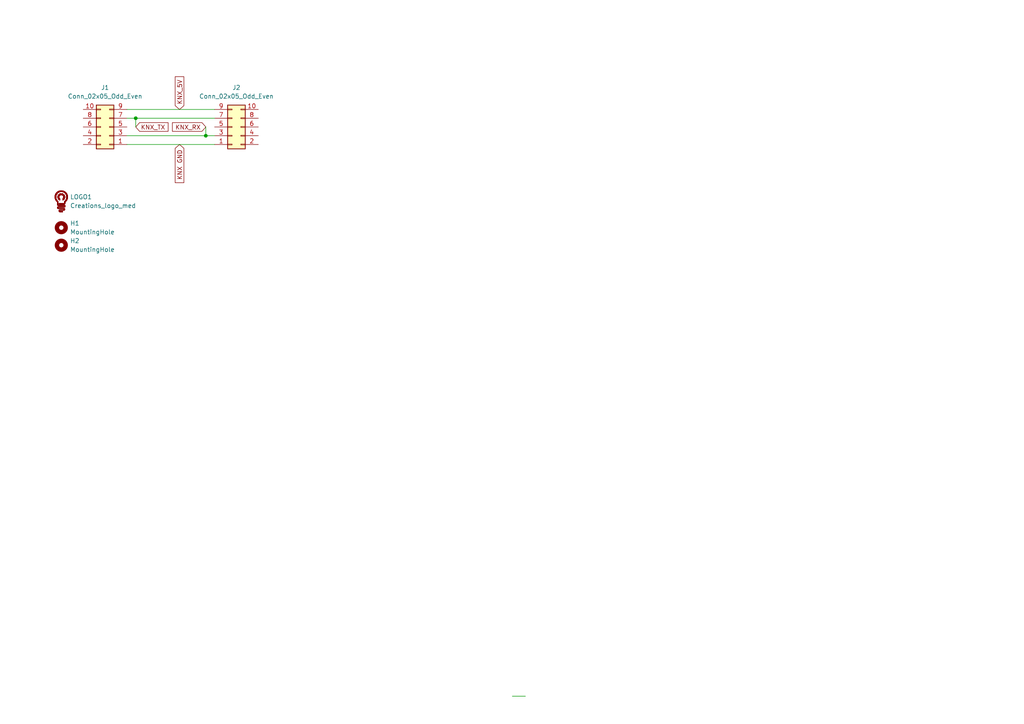
<source format=kicad_sch>
(kicad_sch (version 20211123) (generator eeschema)

  (uuid 7628d954-367b-4e5a-9cda-1061e5c3bf78)

  (paper "A4")

  (lib_symbols
    (symbol "Connector_Generic:Conn_02x05_Odd_Even" (pin_names (offset 1.016) hide) (in_bom yes) (on_board yes)
      (property "Reference" "J" (id 0) (at 1.27 7.62 0)
        (effects (font (size 1.27 1.27)))
      )
      (property "Value" "Conn_02x05_Odd_Even" (id 1) (at 1.27 -7.62 0)
        (effects (font (size 1.27 1.27)))
      )
      (property "Footprint" "" (id 2) (at 0 0 0)
        (effects (font (size 1.27 1.27)) hide)
      )
      (property "Datasheet" "~" (id 3) (at 0 0 0)
        (effects (font (size 1.27 1.27)) hide)
      )
      (property "ki_keywords" "connector" (id 4) (at 0 0 0)
        (effects (font (size 1.27 1.27)) hide)
      )
      (property "ki_description" "Generic connector, double row, 02x05, odd/even pin numbering scheme (row 1 odd numbers, row 2 even numbers), script generated (kicad-library-utils/schlib/autogen/connector/)" (id 5) (at 0 0 0)
        (effects (font (size 1.27 1.27)) hide)
      )
      (property "ki_fp_filters" "Connector*:*_2x??_*" (id 6) (at 0 0 0)
        (effects (font (size 1.27 1.27)) hide)
      )
      (symbol "Conn_02x05_Odd_Even_1_1"
        (rectangle (start -1.27 -4.953) (end 0 -5.207)
          (stroke (width 0.1524) (type default) (color 0 0 0 0))
          (fill (type none))
        )
        (rectangle (start -1.27 -2.413) (end 0 -2.667)
          (stroke (width 0.1524) (type default) (color 0 0 0 0))
          (fill (type none))
        )
        (rectangle (start -1.27 0.127) (end 0 -0.127)
          (stroke (width 0.1524) (type default) (color 0 0 0 0))
          (fill (type none))
        )
        (rectangle (start -1.27 2.667) (end 0 2.413)
          (stroke (width 0.1524) (type default) (color 0 0 0 0))
          (fill (type none))
        )
        (rectangle (start -1.27 5.207) (end 0 4.953)
          (stroke (width 0.1524) (type default) (color 0 0 0 0))
          (fill (type none))
        )
        (rectangle (start -1.27 6.35) (end 3.81 -6.35)
          (stroke (width 0.254) (type default) (color 0 0 0 0))
          (fill (type background))
        )
        (rectangle (start 3.81 -4.953) (end 2.54 -5.207)
          (stroke (width 0.1524) (type default) (color 0 0 0 0))
          (fill (type none))
        )
        (rectangle (start 3.81 -2.413) (end 2.54 -2.667)
          (stroke (width 0.1524) (type default) (color 0 0 0 0))
          (fill (type none))
        )
        (rectangle (start 3.81 0.127) (end 2.54 -0.127)
          (stroke (width 0.1524) (type default) (color 0 0 0 0))
          (fill (type none))
        )
        (rectangle (start 3.81 2.667) (end 2.54 2.413)
          (stroke (width 0.1524) (type default) (color 0 0 0 0))
          (fill (type none))
        )
        (rectangle (start 3.81 5.207) (end 2.54 4.953)
          (stroke (width 0.1524) (type default) (color 0 0 0 0))
          (fill (type none))
        )
        (pin passive line (at -5.08 5.08 0) (length 3.81)
          (name "Pin_1" (effects (font (size 1.27 1.27))))
          (number "1" (effects (font (size 1.27 1.27))))
        )
        (pin passive line (at 7.62 -5.08 180) (length 3.81)
          (name "Pin_10" (effects (font (size 1.27 1.27))))
          (number "10" (effects (font (size 1.27 1.27))))
        )
        (pin passive line (at 7.62 5.08 180) (length 3.81)
          (name "Pin_2" (effects (font (size 1.27 1.27))))
          (number "2" (effects (font (size 1.27 1.27))))
        )
        (pin passive line (at -5.08 2.54 0) (length 3.81)
          (name "Pin_3" (effects (font (size 1.27 1.27))))
          (number "3" (effects (font (size 1.27 1.27))))
        )
        (pin passive line (at 7.62 2.54 180) (length 3.81)
          (name "Pin_4" (effects (font (size 1.27 1.27))))
          (number "4" (effects (font (size 1.27 1.27))))
        )
        (pin passive line (at -5.08 0 0) (length 3.81)
          (name "Pin_5" (effects (font (size 1.27 1.27))))
          (number "5" (effects (font (size 1.27 1.27))))
        )
        (pin passive line (at 7.62 0 180) (length 3.81)
          (name "Pin_6" (effects (font (size 1.27 1.27))))
          (number "6" (effects (font (size 1.27 1.27))))
        )
        (pin passive line (at -5.08 -2.54 0) (length 3.81)
          (name "Pin_7" (effects (font (size 1.27 1.27))))
          (number "7" (effects (font (size 1.27 1.27))))
        )
        (pin passive line (at 7.62 -2.54 180) (length 3.81)
          (name "Pin_8" (effects (font (size 1.27 1.27))))
          (number "8" (effects (font (size 1.27 1.27))))
        )
        (pin passive line (at -5.08 -5.08 0) (length 3.81)
          (name "Pin_9" (effects (font (size 1.27 1.27))))
          (number "9" (effects (font (size 1.27 1.27))))
        )
      )
    )
    (symbol "Mechanical:MountingHole" (pin_names (offset 1.016)) (in_bom yes) (on_board yes)
      (property "Reference" "H" (id 0) (at 0 5.08 0)
        (effects (font (size 1.27 1.27)))
      )
      (property "Value" "MountingHole" (id 1) (at 0 3.175 0)
        (effects (font (size 1.27 1.27)))
      )
      (property "Footprint" "" (id 2) (at 0 0 0)
        (effects (font (size 1.27 1.27)) hide)
      )
      (property "Datasheet" "~" (id 3) (at 0 0 0)
        (effects (font (size 1.27 1.27)) hide)
      )
      (property "ki_keywords" "mounting hole" (id 4) (at 0 0 0)
        (effects (font (size 1.27 1.27)) hide)
      )
      (property "ki_description" "Mounting Hole without connection" (id 5) (at 0 0 0)
        (effects (font (size 1.27 1.27)) hide)
      )
      (property "ki_fp_filters" "MountingHole*" (id 6) (at 0 0 0)
        (effects (font (size 1.27 1.27)) hide)
      )
      (symbol "MountingHole_0_1"
        (circle (center 0 0) (radius 1.27)
          (stroke (width 1.27) (type default) (color 0 0 0 0))
          (fill (type none))
        )
      )
    )
    (symbol "logos:Creations_logo_med" (in_bom yes) (on_board yes)
      (property "Reference" "LOGO" (id 0) (at 0 6.35 0)
        (effects (font (size 1.27 1.27)))
      )
      (property "Value" "Creations_logo_med" (id 1) (at 0 3.81 0)
        (effects (font (size 1.27 1.27)))
      )
      (property "Footprint" "logos:Creations logo med" (id 2) (at 0 8.89 0)
        (effects (font (size 1.27 1.27)) hide)
      )
      (property "Datasheet" "" (id 3) (at 0 10.16 0)
        (effects (font (size 1.27 1.27)) hide)
      )
      (symbol "Creations_logo_med_1_0"
        (rectangle (start -1.8415 -0.254) (end -1.5367 -0.2286)
          (stroke (width 0) (type default) (color 0 0 0 0))
          (fill (type outline))
        )
        (rectangle (start -1.8415 -0.2286) (end -1.5367 -0.2032)
          (stroke (width 0) (type default) (color 0 0 0 0))
          (fill (type outline))
        )
        (rectangle (start -1.8415 -0.2032) (end -1.5367 -0.1778)
          (stroke (width 0) (type default) (color 0 0 0 0))
          (fill (type outline))
        )
        (rectangle (start -1.8415 -0.1778) (end -1.5367 -0.1524)
          (stroke (width 0) (type default) (color 0 0 0 0))
          (fill (type outline))
        )
        (rectangle (start -1.8415 -0.1524) (end -1.5367 -0.127)
          (stroke (width 0) (type default) (color 0 0 0 0))
          (fill (type outline))
        )
        (rectangle (start -1.8415 -0.127) (end -1.5367 -0.1016)
          (stroke (width 0) (type default) (color 0 0 0 0))
          (fill (type outline))
        )
        (rectangle (start -1.8415 -0.1016) (end -1.5367 -0.0762)
          (stroke (width 0) (type default) (color 0 0 0 0))
          (fill (type outline))
        )
        (rectangle (start -1.8415 -0.0762) (end -1.5367 -0.0508)
          (stroke (width 0) (type default) (color 0 0 0 0))
          (fill (type outline))
        )
        (rectangle (start -1.8415 -0.0508) (end -1.5367 -0.0254)
          (stroke (width 0) (type default) (color 0 0 0 0))
          (fill (type outline))
        )
        (rectangle (start -1.8415 -0.0254) (end -1.5367 0)
          (stroke (width 0) (type default) (color 0 0 0 0))
          (fill (type outline))
        )
        (rectangle (start -1.8415 0) (end -1.5367 0.0254)
          (stroke (width 0) (type default) (color 0 0 0 0))
          (fill (type outline))
        )
        (rectangle (start -1.8415 0.0254) (end -1.5367 0.0508)
          (stroke (width 0) (type default) (color 0 0 0 0))
          (fill (type outline))
        )
        (rectangle (start -1.8415 0.0508) (end -1.5367 0.0762)
          (stroke (width 0) (type default) (color 0 0 0 0))
          (fill (type outline))
        )
        (rectangle (start -1.8415 0.0762) (end -1.5367 0.1016)
          (stroke (width 0) (type default) (color 0 0 0 0))
          (fill (type outline))
        )
        (rectangle (start -1.8415 0.1016) (end -1.5367 0.127)
          (stroke (width 0) (type default) (color 0 0 0 0))
          (fill (type outline))
        )
        (rectangle (start -1.8415 0.127) (end -1.5367 0.1524)
          (stroke (width 0) (type default) (color 0 0 0 0))
          (fill (type outline))
        )
        (rectangle (start -1.8415 0.1524) (end -1.5367 0.1778)
          (stroke (width 0) (type default) (color 0 0 0 0))
          (fill (type outline))
        )
        (rectangle (start -1.8415 0.1778) (end -1.5367 0.2032)
          (stroke (width 0) (type default) (color 0 0 0 0))
          (fill (type outline))
        )
        (rectangle (start -1.8415 0.2032) (end -1.5367 0.2286)
          (stroke (width 0) (type default) (color 0 0 0 0))
          (fill (type outline))
        )
        (rectangle (start -1.8415 0.2286) (end -1.5367 0.254)
          (stroke (width 0) (type default) (color 0 0 0 0))
          (fill (type outline))
        )
        (rectangle (start -1.8415 0.254) (end -1.5113 0.2794)
          (stroke (width 0) (type default) (color 0 0 0 0))
          (fill (type outline))
        )
        (rectangle (start -1.8415 0.2794) (end -1.5113 0.3048)
          (stroke (width 0) (type default) (color 0 0 0 0))
          (fill (type outline))
        )
        (rectangle (start -1.8161 -0.4064) (end -1.5113 -0.381)
          (stroke (width 0) (type default) (color 0 0 0 0))
          (fill (type outline))
        )
        (rectangle (start -1.8161 -0.381) (end -1.5113 -0.3556)
          (stroke (width 0) (type default) (color 0 0 0 0))
          (fill (type outline))
        )
        (rectangle (start -1.8161 -0.3556) (end -1.5113 -0.3302)
          (stroke (width 0) (type default) (color 0 0 0 0))
          (fill (type outline))
        )
        (rectangle (start -1.8161 -0.3302) (end -1.5113 -0.3048)
          (stroke (width 0) (type default) (color 0 0 0 0))
          (fill (type outline))
        )
        (rectangle (start -1.8161 -0.3048) (end -1.5367 -0.2794)
          (stroke (width 0) (type default) (color 0 0 0 0))
          (fill (type outline))
        )
        (rectangle (start -1.8161 -0.2794) (end -1.5367 -0.254)
          (stroke (width 0) (type default) (color 0 0 0 0))
          (fill (type outline))
        )
        (rectangle (start -1.8161 0.3048) (end -1.5113 0.3302)
          (stroke (width 0) (type default) (color 0 0 0 0))
          (fill (type outline))
        )
        (rectangle (start -1.8161 0.3302) (end -1.5113 0.3556)
          (stroke (width 0) (type default) (color 0 0 0 0))
          (fill (type outline))
        )
        (rectangle (start -1.8161 0.3556) (end -1.5113 0.381)
          (stroke (width 0) (type default) (color 0 0 0 0))
          (fill (type outline))
        )
        (rectangle (start -1.8161 0.381) (end -1.4859 0.4064)
          (stroke (width 0) (type default) (color 0 0 0 0))
          (fill (type outline))
        )
        (rectangle (start -1.8161 0.4064) (end -1.4859 0.4318)
          (stroke (width 0) (type default) (color 0 0 0 0))
          (fill (type outline))
        )
        (rectangle (start -1.7907 -0.4826) (end -1.4859 -0.4572)
          (stroke (width 0) (type default) (color 0 0 0 0))
          (fill (type outline))
        )
        (rectangle (start -1.7907 -0.4572) (end -1.4859 -0.4318)
          (stroke (width 0) (type default) (color 0 0 0 0))
          (fill (type outline))
        )
        (rectangle (start -1.7907 -0.4318) (end -1.4859 -0.4064)
          (stroke (width 0) (type default) (color 0 0 0 0))
          (fill (type outline))
        )
        (rectangle (start -1.7907 0.4318) (end -1.4859 0.4572)
          (stroke (width 0) (type default) (color 0 0 0 0))
          (fill (type outline))
        )
        (rectangle (start -1.7907 0.4572) (end -1.4859 0.4826)
          (stroke (width 0) (type default) (color 0 0 0 0))
          (fill (type outline))
        )
        (rectangle (start -1.7907 0.4826) (end -1.4605 0.508)
          (stroke (width 0) (type default) (color 0 0 0 0))
          (fill (type outline))
        )
        (rectangle (start -1.7907 0.508) (end -1.4605 0.5334)
          (stroke (width 0) (type default) (color 0 0 0 0))
          (fill (type outline))
        )
        (rectangle (start -1.7653 -0.5588) (end -1.4605 -0.5334)
          (stroke (width 0) (type default) (color 0 0 0 0))
          (fill (type outline))
        )
        (rectangle (start -1.7653 -0.5334) (end -1.4605 -0.508)
          (stroke (width 0) (type default) (color 0 0 0 0))
          (fill (type outline))
        )
        (rectangle (start -1.7653 -0.508) (end -1.4859 -0.4826)
          (stroke (width 0) (type default) (color 0 0 0 0))
          (fill (type outline))
        )
        (rectangle (start -1.7653 0.5334) (end -1.4351 0.5588)
          (stroke (width 0) (type default) (color 0 0 0 0))
          (fill (type outline))
        )
        (rectangle (start -1.7653 0.5588) (end -1.4351 0.5842)
          (stroke (width 0) (type default) (color 0 0 0 0))
          (fill (type outline))
        )
        (rectangle (start -1.7653 0.5842) (end -1.4351 0.6096)
          (stroke (width 0) (type default) (color 0 0 0 0))
          (fill (type outline))
        )
        (rectangle (start -1.7399 -0.635) (end -1.4351 -0.6096)
          (stroke (width 0) (type default) (color 0 0 0 0))
          (fill (type outline))
        )
        (rectangle (start -1.7399 -0.6096) (end -1.4351 -0.5842)
          (stroke (width 0) (type default) (color 0 0 0 0))
          (fill (type outline))
        )
        (rectangle (start -1.7399 -0.5842) (end -1.4351 -0.5588)
          (stroke (width 0) (type default) (color 0 0 0 0))
          (fill (type outline))
        )
        (rectangle (start -1.7399 0.6096) (end -1.4097 0.635)
          (stroke (width 0) (type default) (color 0 0 0 0))
          (fill (type outline))
        )
        (rectangle (start -1.7399 0.635) (end -1.4097 0.6604)
          (stroke (width 0) (type default) (color 0 0 0 0))
          (fill (type outline))
        )
        (rectangle (start -1.7399 0.6604) (end -1.3843 0.6858)
          (stroke (width 0) (type default) (color 0 0 0 0))
          (fill (type outline))
        )
        (rectangle (start -1.7145 -0.7112) (end -1.3843 -0.6858)
          (stroke (width 0) (type default) (color 0 0 0 0))
          (fill (type outline))
        )
        (rectangle (start -1.7145 -0.6858) (end -1.4097 -0.6604)
          (stroke (width 0) (type default) (color 0 0 0 0))
          (fill (type outline))
        )
        (rectangle (start -1.7145 -0.6604) (end -1.4097 -0.635)
          (stroke (width 0) (type default) (color 0 0 0 0))
          (fill (type outline))
        )
        (rectangle (start -1.7145 0.6858) (end -1.3843 0.7112)
          (stroke (width 0) (type default) (color 0 0 0 0))
          (fill (type outline))
        )
        (rectangle (start -1.7145 0.7112) (end -1.3589 0.7366)
          (stroke (width 0) (type default) (color 0 0 0 0))
          (fill (type outline))
        )
        (rectangle (start -1.7145 0.7366) (end -1.3589 0.762)
          (stroke (width 0) (type default) (color 0 0 0 0))
          (fill (type outline))
        )
        (rectangle (start -1.6891 -0.762) (end -1.3589 -0.7366)
          (stroke (width 0) (type default) (color 0 0 0 0))
          (fill (type outline))
        )
        (rectangle (start -1.6891 -0.7366) (end -1.3843 -0.7112)
          (stroke (width 0) (type default) (color 0 0 0 0))
          (fill (type outline))
        )
        (rectangle (start -1.6891 0.762) (end -1.3335 0.7874)
          (stroke (width 0) (type default) (color 0 0 0 0))
          (fill (type outline))
        )
        (rectangle (start -1.6891 0.7874) (end -1.3335 0.8128)
          (stroke (width 0) (type default) (color 0 0 0 0))
          (fill (type outline))
        )
        (rectangle (start -1.6637 -0.8128) (end -1.3335 -0.7874)
          (stroke (width 0) (type default) (color 0 0 0 0))
          (fill (type outline))
        )
        (rectangle (start -1.6637 -0.7874) (end -1.3589 -0.762)
          (stroke (width 0) (type default) (color 0 0 0 0))
          (fill (type outline))
        )
        (rectangle (start -1.6637 0.8128) (end -1.3081 0.8382)
          (stroke (width 0) (type default) (color 0 0 0 0))
          (fill (type outline))
        )
        (rectangle (start -1.6637 0.8382) (end -1.2827 0.8636)
          (stroke (width 0) (type default) (color 0 0 0 0))
          (fill (type outline))
        )
        (rectangle (start -1.6383 -0.8636) (end -1.3081 -0.8382)
          (stroke (width 0) (type default) (color 0 0 0 0))
          (fill (type outline))
        )
        (rectangle (start -1.6383 -0.8382) (end -1.3335 -0.8128)
          (stroke (width 0) (type default) (color 0 0 0 0))
          (fill (type outline))
        )
        (rectangle (start -1.6383 0.8636) (end -1.2827 0.889)
          (stroke (width 0) (type default) (color 0 0 0 0))
          (fill (type outline))
        )
        (rectangle (start -1.6383 0.889) (end -1.2573 0.9144)
          (stroke (width 0) (type default) (color 0 0 0 0))
          (fill (type outline))
        )
        (rectangle (start -1.6129 -0.9144) (end -1.2827 -0.889)
          (stroke (width 0) (type default) (color 0 0 0 0))
          (fill (type outline))
        )
        (rectangle (start -1.6129 -0.889) (end -1.2827 -0.8636)
          (stroke (width 0) (type default) (color 0 0 0 0))
          (fill (type outline))
        )
        (rectangle (start -1.6129 0.9144) (end -1.2319 0.9398)
          (stroke (width 0) (type default) (color 0 0 0 0))
          (fill (type outline))
        )
        (rectangle (start -1.5875 -0.9398) (end -1.2573 -0.9144)
          (stroke (width 0) (type default) (color 0 0 0 0))
          (fill (type outline))
        )
        (rectangle (start -1.5875 0.9398) (end -1.2319 0.9652)
          (stroke (width 0) (type default) (color 0 0 0 0))
          (fill (type outline))
        )
        (rectangle (start -1.5875 0.9652) (end -1.1811 0.9906)
          (stroke (width 0) (type default) (color 0 0 0 0))
          (fill (type outline))
        )
        (rectangle (start -1.5621 -0.9906) (end -1.2319 -0.9652)
          (stroke (width 0) (type default) (color 0 0 0 0))
          (fill (type outline))
        )
        (rectangle (start -1.5621 -0.9652) (end -1.2319 -0.9398)
          (stroke (width 0) (type default) (color 0 0 0 0))
          (fill (type outline))
        )
        (rectangle (start -1.5621 0.9906) (end -1.1811 1.016)
          (stroke (width 0) (type default) (color 0 0 0 0))
          (fill (type outline))
        )
        (rectangle (start -1.5621 1.016) (end -1.1557 1.0414)
          (stroke (width 0) (type default) (color 0 0 0 0))
          (fill (type outline))
        )
        (rectangle (start -1.5367 -1.016) (end -1.2065 -0.9906)
          (stroke (width 0) (type default) (color 0 0 0 0))
          (fill (type outline))
        )
        (rectangle (start -1.5367 1.0414) (end -1.1303 1.0668)
          (stroke (width 0) (type default) (color 0 0 0 0))
          (fill (type outline))
        )
        (rectangle (start -1.5113 -1.0668) (end -1.1557 -1.0414)
          (stroke (width 0) (type default) (color 0 0 0 0))
          (fill (type outline))
        )
        (rectangle (start -1.5113 -1.0414) (end -1.1811 -1.016)
          (stroke (width 0) (type default) (color 0 0 0 0))
          (fill (type outline))
        )
        (rectangle (start -1.5113 1.0668) (end -1.1049 1.0922)
          (stroke (width 0) (type default) (color 0 0 0 0))
          (fill (type outline))
        )
        (rectangle (start -1.4859 -1.0922) (end -1.1303 -1.0668)
          (stroke (width 0) (type default) (color 0 0 0 0))
          (fill (type outline))
        )
        (rectangle (start -1.4859 1.0922) (end -1.0795 1.1176)
          (stroke (width 0) (type default) (color 0 0 0 0))
          (fill (type outline))
        )
        (rectangle (start -1.4859 1.1176) (end -1.0541 1.143)
          (stroke (width 0) (type default) (color 0 0 0 0))
          (fill (type outline))
        )
        (rectangle (start -1.4605 -1.1176) (end -1.1049 -1.0922)
          (stroke (width 0) (type default) (color 0 0 0 0))
          (fill (type outline))
        )
        (rectangle (start -1.4605 1.143) (end -1.0033 1.1684)
          (stroke (width 0) (type default) (color 0 0 0 0))
          (fill (type outline))
        )
        (rectangle (start -1.4605 1.1684) (end -1.0033 1.1938)
          (stroke (width 0) (type default) (color 0 0 0 0))
          (fill (type outline))
        )
        (rectangle (start -1.4351 -1.1684) (end -1.0541 -1.143)
          (stroke (width 0) (type default) (color 0 0 0 0))
          (fill (type outline))
        )
        (rectangle (start -1.4351 -1.143) (end -1.0795 -1.1176)
          (stroke (width 0) (type default) (color 0 0 0 0))
          (fill (type outline))
        )
        (rectangle (start -1.4097 -1.1938) (end -1.0287 -1.1684)
          (stroke (width 0) (type default) (color 0 0 0 0))
          (fill (type outline))
        )
        (rectangle (start -1.4097 1.1938) (end -0.9779 1.2192)
          (stroke (width 0) (type default) (color 0 0 0 0))
          (fill (type outline))
        )
        (rectangle (start -1.4097 1.2192) (end -0.9525 1.2446)
          (stroke (width 0) (type default) (color 0 0 0 0))
          (fill (type outline))
        )
        (rectangle (start -1.3843 -1.2192) (end -1.0033 -1.1938)
          (stroke (width 0) (type default) (color 0 0 0 0))
          (fill (type outline))
        )
        (rectangle (start -1.3843 1.2446) (end -0.9017 1.27)
          (stroke (width 0) (type default) (color 0 0 0 0))
          (fill (type outline))
        )
        (rectangle (start -1.3589 -1.2446) (end -0.9779 -1.2192)
          (stroke (width 0) (type default) (color 0 0 0 0))
          (fill (type outline))
        )
        (rectangle (start -1.3589 1.27) (end -0.8763 1.2954)
          (stroke (width 0) (type default) (color 0 0 0 0))
          (fill (type outline))
        )
        (rectangle (start -1.3335 -1.27) (end -0.9525 -1.2446)
          (stroke (width 0) (type default) (color 0 0 0 0))
          (fill (type outline))
        )
        (rectangle (start -1.3335 1.2954) (end -0.8509 1.3208)
          (stroke (width 0) (type default) (color 0 0 0 0))
          (fill (type outline))
        )
        (rectangle (start -1.3081 -1.2954) (end -0.9271 -1.27)
          (stroke (width 0) (type default) (color 0 0 0 0))
          (fill (type outline))
        )
        (rectangle (start -1.3081 1.3208) (end -0.7747 1.3462)
          (stroke (width 0) (type default) (color 0 0 0 0))
          (fill (type outline))
        )
        (rectangle (start -1.2827 -1.3208) (end -0.9017 -1.2954)
          (stroke (width 0) (type default) (color 0 0 0 0))
          (fill (type outline))
        )
        (rectangle (start -1.2827 1.3462) (end -0.7493 1.3716)
          (stroke (width 0) (type default) (color 0 0 0 0))
          (fill (type outline))
        )
        (rectangle (start -1.2573 -1.3462) (end -0.9017 -1.3208)
          (stroke (width 0) (type default) (color 0 0 0 0))
          (fill (type outline))
        )
        (rectangle (start -1.2573 1.3716) (end -0.7239 1.397)
          (stroke (width 0) (type default) (color 0 0 0 0))
          (fill (type outline))
        )
        (rectangle (start -1.2319 -1.3716) (end -0.9017 -1.3462)
          (stroke (width 0) (type default) (color 0 0 0 0))
          (fill (type outline))
        )
        (rectangle (start -1.2065 -1.397) (end -0.9017 -1.3716)
          (stroke (width 0) (type default) (color 0 0 0 0))
          (fill (type outline))
        )
        (rectangle (start -1.2065 1.397) (end -0.6731 1.4224)
          (stroke (width 0) (type default) (color 0 0 0 0))
          (fill (type outline))
        )
        (rectangle (start -1.1811 -1.4224) (end -0.9017 -1.397)
          (stroke (width 0) (type default) (color 0 0 0 0))
          (fill (type outline))
        )
        (rectangle (start -1.1811 1.4224) (end -0.5969 1.4478)
          (stroke (width 0) (type default) (color 0 0 0 0))
          (fill (type outline))
        )
        (rectangle (start -1.1557 -1.4478) (end -0.9017 -1.4224)
          (stroke (width 0) (type default) (color 0 0 0 0))
          (fill (type outline))
        )
        (rectangle (start -1.1557 1.4478) (end -0.5461 1.4732)
          (stroke (width 0) (type default) (color 0 0 0 0))
          (fill (type outline))
        )
        (rectangle (start -1.1303 -3.2004) (end -0.8509 -3.175)
          (stroke (width 0) (type default) (color 0 0 0 0))
          (fill (type outline))
        )
        (rectangle (start -1.1303 -3.175) (end -0.8763 -3.1496)
          (stroke (width 0) (type default) (color 0 0 0 0))
          (fill (type outline))
        )
        (rectangle (start -1.1303 -3.1496) (end -0.9017 -3.1242)
          (stroke (width 0) (type default) (color 0 0 0 0))
          (fill (type outline))
        )
        (rectangle (start -1.1303 -3.1242) (end -0.9017 -3.0988)
          (stroke (width 0) (type default) (color 0 0 0 0))
          (fill (type outline))
        )
        (rectangle (start -1.1303 -3.0988) (end -0.9017 -3.0734)
          (stroke (width 0) (type default) (color 0 0 0 0))
          (fill (type outline))
        )
        (rectangle (start -1.1303 -3.0734) (end -0.9017 -3.048)
          (stroke (width 0) (type default) (color 0 0 0 0))
          (fill (type outline))
        )
        (rectangle (start -1.1303 -3.048) (end -0.9017 -3.0226)
          (stroke (width 0) (type default) (color 0 0 0 0))
          (fill (type outline))
        )
        (rectangle (start -1.1303 -3.0226) (end -0.8763 -2.9972)
          (stroke (width 0) (type default) (color 0 0 0 0))
          (fill (type outline))
        )
        (rectangle (start -1.1303 -2.3368) (end 0.9525 -2.3114)
          (stroke (width 0) (type default) (color 0 0 0 0))
          (fill (type outline))
        )
        (rectangle (start -1.1303 -2.3114) (end 0.9017 -2.286)
          (stroke (width 0) (type default) (color 0 0 0 0))
          (fill (type outline))
        )
        (rectangle (start -1.1303 -2.286) (end -0.8255 -2.2606)
          (stroke (width 0) (type default) (color 0 0 0 0))
          (fill (type outline))
        )
        (rectangle (start -1.1303 -2.2606) (end -0.8509 -2.2352)
          (stroke (width 0) (type default) (color 0 0 0 0))
          (fill (type outline))
        )
        (rectangle (start -1.1303 -2.2352) (end -0.8763 -2.2098)
          (stroke (width 0) (type default) (color 0 0 0 0))
          (fill (type outline))
        )
        (rectangle (start -1.1303 -2.2098) (end -0.9017 -2.1844)
          (stroke (width 0) (type default) (color 0 0 0 0))
          (fill (type outline))
        )
        (rectangle (start -1.1303 -2.1844) (end -0.9017 -2.159)
          (stroke (width 0) (type default) (color 0 0 0 0))
          (fill (type outline))
        )
        (rectangle (start -1.1303 -2.159) (end -0.9017 -2.1336)
          (stroke (width 0) (type default) (color 0 0 0 0))
          (fill (type outline))
        )
        (rectangle (start -1.1303 -2.1336) (end -0.9017 -2.1082)
          (stroke (width 0) (type default) (color 0 0 0 0))
          (fill (type outline))
        )
        (rectangle (start -1.1303 -2.1082) (end -0.9017 -2.0828)
          (stroke (width 0) (type default) (color 0 0 0 0))
          (fill (type outline))
        )
        (rectangle (start -1.1303 -2.0828) (end -0.9017 -2.0574)
          (stroke (width 0) (type default) (color 0 0 0 0))
          (fill (type outline))
        )
        (rectangle (start -1.1303 -2.0574) (end -0.9017 -2.032)
          (stroke (width 0) (type default) (color 0 0 0 0))
          (fill (type outline))
        )
        (rectangle (start -1.1303 -2.032) (end -0.9017 -2.0066)
          (stroke (width 0) (type default) (color 0 0 0 0))
          (fill (type outline))
        )
        (rectangle (start -1.1303 -2.0066) (end -0.9017 -1.9812)
          (stroke (width 0) (type default) (color 0 0 0 0))
          (fill (type outline))
        )
        (rectangle (start -1.1303 -1.9812) (end -0.9017 -1.9558)
          (stroke (width 0) (type default) (color 0 0 0 0))
          (fill (type outline))
        )
        (rectangle (start -1.1303 -1.9558) (end -0.9017 -1.9304)
          (stroke (width 0) (type default) (color 0 0 0 0))
          (fill (type outline))
        )
        (rectangle (start -1.1303 -1.9304) (end -0.9017 -1.905)
          (stroke (width 0) (type default) (color 0 0 0 0))
          (fill (type outline))
        )
        (rectangle (start -1.1303 -1.905) (end -0.9017 -1.8796)
          (stroke (width 0) (type default) (color 0 0 0 0))
          (fill (type outline))
        )
        (rectangle (start -1.1303 -1.8796) (end -0.9017 -1.8542)
          (stroke (width 0) (type default) (color 0 0 0 0))
          (fill (type outline))
        )
        (rectangle (start -1.1303 -1.8542) (end -0.9017 -1.8288)
          (stroke (width 0) (type default) (color 0 0 0 0))
          (fill (type outline))
        )
        (rectangle (start -1.1303 -1.8288) (end -0.9017 -1.8034)
          (stroke (width 0) (type default) (color 0 0 0 0))
          (fill (type outline))
        )
        (rectangle (start -1.1303 -1.8034) (end -0.9017 -1.778)
          (stroke (width 0) (type default) (color 0 0 0 0))
          (fill (type outline))
        )
        (rectangle (start -1.1303 -1.778) (end -0.9017 -1.7526)
          (stroke (width 0) (type default) (color 0 0 0 0))
          (fill (type outline))
        )
        (rectangle (start -1.1303 -1.7526) (end -0.9017 -1.7272)
          (stroke (width 0) (type default) (color 0 0 0 0))
          (fill (type outline))
        )
        (rectangle (start -1.1303 -1.7272) (end -0.9017 -1.7018)
          (stroke (width 0) (type default) (color 0 0 0 0))
          (fill (type outline))
        )
        (rectangle (start -1.1303 -1.7018) (end -0.9017 -1.6764)
          (stroke (width 0) (type default) (color 0 0 0 0))
          (fill (type outline))
        )
        (rectangle (start -1.1303 -1.6764) (end -0.9017 -1.651)
          (stroke (width 0) (type default) (color 0 0 0 0))
          (fill (type outline))
        )
        (rectangle (start -1.1303 -1.651) (end -0.9017 -1.6256)
          (stroke (width 0) (type default) (color 0 0 0 0))
          (fill (type outline))
        )
        (rectangle (start -1.1303 -1.6256) (end -0.9017 -1.6002)
          (stroke (width 0) (type default) (color 0 0 0 0))
          (fill (type outline))
        )
        (rectangle (start -1.1303 -1.6002) (end -0.9017 -1.5748)
          (stroke (width 0) (type default) (color 0 0 0 0))
          (fill (type outline))
        )
        (rectangle (start -1.1303 -1.5748) (end -0.9017 -1.5494)
          (stroke (width 0) (type default) (color 0 0 0 0))
          (fill (type outline))
        )
        (rectangle (start -1.1303 -1.5494) (end -0.9017 -1.524)
          (stroke (width 0) (type default) (color 0 0 0 0))
          (fill (type outline))
        )
        (rectangle (start -1.1303 -1.524) (end -0.9017 -1.4986)
          (stroke (width 0) (type default) (color 0 0 0 0))
          (fill (type outline))
        )
        (rectangle (start -1.1303 -1.4986) (end -0.9017 -1.4732)
          (stroke (width 0) (type default) (color 0 0 0 0))
          (fill (type outline))
        )
        (rectangle (start -1.1303 -1.4732) (end -0.9017 -1.4478)
          (stroke (width 0) (type default) (color 0 0 0 0))
          (fill (type outline))
        )
        (rectangle (start -1.1303 1.4732) (end -0.4699 1.4986)
          (stroke (width 0) (type default) (color 0 0 0 0))
          (fill (type outline))
        )
        (rectangle (start -1.1049 -3.2766) (end 0.8763 -3.2512)
          (stroke (width 0) (type default) (color 0 0 0 0))
          (fill (type outline))
        )
        (rectangle (start -1.1049 -3.2512) (end 0.8509 -3.2258)
          (stroke (width 0) (type default) (color 0 0 0 0))
          (fill (type outline))
        )
        (rectangle (start -1.1049 -3.2258) (end 0.7493 -3.2004)
          (stroke (width 0) (type default) (color 0 0 0 0))
          (fill (type outline))
        )
        (rectangle (start -1.1049 -2.9972) (end -0.8509 -2.9718)
          (stroke (width 0) (type default) (color 0 0 0 0))
          (fill (type outline))
        )
        (rectangle (start -1.1049 -2.9718) (end 0.9525 -2.9464)
          (stroke (width 0) (type default) (color 0 0 0 0))
          (fill (type outline))
        )
        (rectangle (start -1.1049 -2.9464) (end 1.0033 -2.921)
          (stroke (width 0) (type default) (color 0 0 0 0))
          (fill (type outline))
        )
        (rectangle (start -1.1049 -2.3622) (end 1.0033 -2.3368)
          (stroke (width 0) (type default) (color 0 0 0 0))
          (fill (type outline))
        )
        (rectangle (start -1.0795 -3.3274) (end 0.9525 -3.302)
          (stroke (width 0) (type default) (color 0 0 0 0))
          (fill (type outline))
        )
        (rectangle (start -1.0795 -3.302) (end 0.9271 -3.2766)
          (stroke (width 0) (type default) (color 0 0 0 0))
          (fill (type outline))
        )
        (rectangle (start -1.0795 -2.921) (end 1.0287 -2.8956)
          (stroke (width 0) (type default) (color 0 0 0 0))
          (fill (type outline))
        )
        (rectangle (start -1.0795 -2.3876) (end 1.0287 -2.3622)
          (stroke (width 0) (type default) (color 0 0 0 0))
          (fill (type outline))
        )
        (rectangle (start -1.0795 -0.127) (end -0.6223 -0.1016)
          (stroke (width 0) (type default) (color 0 0 0 0))
          (fill (type outline))
        )
        (rectangle (start -1.0795 -0.1016) (end -0.6477 -0.0762)
          (stroke (width 0) (type default) (color 0 0 0 0))
          (fill (type outline))
        )
        (rectangle (start -1.0795 -0.0762) (end -0.6477 -0.0508)
          (stroke (width 0) (type default) (color 0 0 0 0))
          (fill (type outline))
        )
        (rectangle (start -1.0795 -0.0508) (end -0.6477 -0.0254)
          (stroke (width 0) (type default) (color 0 0 0 0))
          (fill (type outline))
        )
        (rectangle (start -1.0795 -0.0254) (end -0.6477 0)
          (stroke (width 0) (type default) (color 0 0 0 0))
          (fill (type outline))
        )
        (rectangle (start -1.0795 0) (end -0.6477 0.0254)
          (stroke (width 0) (type default) (color 0 0 0 0))
          (fill (type outline))
        )
        (rectangle (start -1.0795 0.0254) (end -0.6477 0.0508)
          (stroke (width 0) (type default) (color 0 0 0 0))
          (fill (type outline))
        )
        (rectangle (start -1.0795 0.0508) (end -0.6477 0.0762)
          (stroke (width 0) (type default) (color 0 0 0 0))
          (fill (type outline))
        )
        (rectangle (start -1.0795 0.0762) (end -0.6477 0.1016)
          (stroke (width 0) (type default) (color 0 0 0 0))
          (fill (type outline))
        )
        (rectangle (start -1.0795 0.1016) (end -0.6477 0.127)
          (stroke (width 0) (type default) (color 0 0 0 0))
          (fill (type outline))
        )
        (rectangle (start -1.0795 1.4986) (end -0.3937 1.524)
          (stroke (width 0) (type default) (color 0 0 0 0))
          (fill (type outline))
        )
        (rectangle (start -1.0541 -2.8956) (end 1.0541 -2.8702)
          (stroke (width 0) (type default) (color 0 0 0 0))
          (fill (type outline))
        )
        (rectangle (start -1.0541 -2.413) (end 1.0541 -2.3876)
          (stroke (width 0) (type default) (color 0 0 0 0))
          (fill (type outline))
        )
        (rectangle (start -1.0541 -0.1524) (end -0.6223 -0.127)
          (stroke (width 0) (type default) (color 0 0 0 0))
          (fill (type outline))
        )
        (rectangle (start -1.0541 0.127) (end -0.6223 0.1524)
          (stroke (width 0) (type default) (color 0 0 0 0))
          (fill (type outline))
        )
        (rectangle (start -1.0541 1.524) (end -0.2667 1.5494)
          (stroke (width 0) (type default) (color 0 0 0 0))
          (fill (type outline))
        )
        (rectangle (start -1.0287 -3.3528) (end 0.9525 -3.3274)
          (stroke (width 0) (type default) (color 0 0 0 0))
          (fill (type outline))
        )
        (rectangle (start -1.0287 -2.8702) (end 1.0795 -2.8448)
          (stroke (width 0) (type default) (color 0 0 0 0))
          (fill (type outline))
        )
        (rectangle (start -1.0287 -2.8448) (end 1.1049 -2.8194)
          (stroke (width 0) (type default) (color 0 0 0 0))
          (fill (type outline))
        )
        (rectangle (start -1.0287 -2.4384) (end 1.0795 -2.413)
          (stroke (width 0) (type default) (color 0 0 0 0))
          (fill (type outline))
        )
        (rectangle (start -1.0287 1.5494) (end 1.0287 1.5748)
          (stroke (width 0) (type default) (color 0 0 0 0))
          (fill (type outline))
        )
        (rectangle (start -1.0033 -3.3782) (end 0.9779 -3.3528)
          (stroke (width 0) (type default) (color 0 0 0 0))
          (fill (type outline))
        )
        (rectangle (start -1.0033 -2.4638) (end 1.1049 -2.4384)
          (stroke (width 0) (type default) (color 0 0 0 0))
          (fill (type outline))
        )
        (rectangle (start -1.0033 0.1524) (end -0.6223 0.1778)
          (stroke (width 0) (type default) (color 0 0 0 0))
          (fill (type outline))
        )
        (rectangle (start -0.9779 -3.4036) (end 1.0033 -3.3782)
          (stroke (width 0) (type default) (color 0 0 0 0))
          (fill (type outline))
        )
        (rectangle (start -0.9779 -2.8194) (end 1.1049 -2.794)
          (stroke (width 0) (type default) (color 0 0 0 0))
          (fill (type outline))
        )
        (rectangle (start -0.9779 -2.4892) (end 1.1049 -2.4638)
          (stroke (width 0) (type default) (color 0 0 0 0))
          (fill (type outline))
        )
        (rectangle (start -0.9779 -0.1778) (end -0.6223 -0.1524)
          (stroke (width 0) (type default) (color 0 0 0 0))
          (fill (type outline))
        )
        (rectangle (start -0.9779 1.5748) (end 0.9779 1.6002)
          (stroke (width 0) (type default) (color 0 0 0 0))
          (fill (type outline))
        )
        (rectangle (start -0.9525 -2.5146) (end 1.1303 -2.4892)
          (stroke (width 0) (type default) (color 0 0 0 0))
          (fill (type outline))
        )
        (rectangle (start -0.9525 -0.5334) (end -0.4191 -0.508)
          (stroke (width 0) (type default) (color 0 0 0 0))
          (fill (type outline))
        )
        (rectangle (start -0.9525 -0.508) (end -0.4191 -0.4826)
          (stroke (width 0) (type default) (color 0 0 0 0))
          (fill (type outline))
        )
        (rectangle (start -0.9525 -0.4826) (end -0.4191 -0.4572)
          (stroke (width 0) (type default) (color 0 0 0 0))
          (fill (type outline))
        )
        (rectangle (start -0.9525 0.1778) (end -0.6223 0.2032)
          (stroke (width 0) (type default) (color 0 0 0 0))
          (fill (type outline))
        )
        (rectangle (start -0.9525 0.4826) (end -0.3937 0.508)
          (stroke (width 0) (type default) (color 0 0 0 0))
          (fill (type outline))
        )
        (rectangle (start -0.9525 0.508) (end -0.3429 0.5334)
          (stroke (width 0) (type default) (color 0 0 0 0))
          (fill (type outline))
        )
        (rectangle (start -0.9525 0.5334) (end -0.2921 0.5588)
          (stroke (width 0) (type default) (color 0 0 0 0))
          (fill (type outline))
        )
        (rectangle (start -0.9525 0.5588) (end -0.2413 0.5842)
          (stroke (width 0) (type default) (color 0 0 0 0))
          (fill (type outline))
        )
        (rectangle (start -0.9271 -3.429) (end 1.0033 -3.4036)
          (stroke (width 0) (type default) (color 0 0 0 0))
          (fill (type outline))
        )
        (rectangle (start -0.9271 -2.794) (end 1.1303 -2.7686)
          (stroke (width 0) (type default) (color 0 0 0 0))
          (fill (type outline))
        )
        (rectangle (start -0.9271 -0.5588) (end -0.4191 -0.5334)
          (stroke (width 0) (type default) (color 0 0 0 0))
          (fill (type outline))
        )
        (rectangle (start -0.9271 -0.4572) (end -0.4191 -0.4318)
          (stroke (width 0) (type default) (color 0 0 0 0))
          (fill (type outline))
        )
        (rectangle (start -0.9271 -0.2032) (end -0.5969 -0.1778)
          (stroke (width 0) (type default) (color 0 0 0 0))
          (fill (type outline))
        )
        (rectangle (start -0.9271 0.4318) (end -0.4445 0.4572)
          (stroke (width 0) (type default) (color 0 0 0 0))
          (fill (type outline))
        )
        (rectangle (start -0.9271 0.4572) (end -0.4191 0.4826)
          (stroke (width 0) (type default) (color 0 0 0 0))
          (fill (type outline))
        )
        (rectangle (start -0.9271 1.6002) (end 0.9271 1.6256)
          (stroke (width 0) (type default) (color 0 0 0 0))
          (fill (type outline))
        )
        (rectangle (start -0.9017 -0.6096) (end -0.4191 -0.5842)
          (stroke (width 0) (type default) (color 0 0 0 0))
          (fill (type outline))
        )
        (rectangle (start -0.9017 -0.5842) (end -0.4191 -0.5588)
          (stroke (width 0) (type default) (color 0 0 0 0))
          (fill (type outline))
        )
        (rectangle (start -0.9017 -0.4318) (end -0.4445 -0.4064)
          (stroke (width 0) (type default) (color 0 0 0 0))
          (fill (type outline))
        )
        (rectangle (start -0.9017 -0.2286) (end -0.5969 -0.2032)
          (stroke (width 0) (type default) (color 0 0 0 0))
          (fill (type outline))
        )
        (rectangle (start -0.9017 0.4064) (end -0.4699 0.4318)
          (stroke (width 0) (type default) (color 0 0 0 0))
          (fill (type outline))
        )
        (rectangle (start -0.9017 0.5842) (end -0.1651 0.6096)
          (stroke (width 0) (type default) (color 0 0 0 0))
          (fill (type outline))
        )
        (rectangle (start -0.9017 1.6256) (end 0.9017 1.651)
          (stroke (width 0) (type default) (color 0 0 0 0))
          (fill (type outline))
        )
        (rectangle (start -0.8763 -0.635) (end -0.4191 -0.6096)
          (stroke (width 0) (type default) (color 0 0 0 0))
          (fill (type outline))
        )
        (rectangle (start -0.8763 -0.4064) (end -0.4699 -0.381)
          (stroke (width 0) (type default) (color 0 0 0 0))
          (fill (type outline))
        )
        (rectangle (start -0.8763 -0.381) (end -0.4953 -0.3556)
          (stroke (width 0) (type default) (color 0 0 0 0))
          (fill (type outline))
        )
        (rectangle (start -0.8763 0.2032) (end -0.5969 0.2286)
          (stroke (width 0) (type default) (color 0 0 0 0))
          (fill (type outline))
        )
        (rectangle (start -0.8763 0.3556) (end -0.5207 0.381)
          (stroke (width 0) (type default) (color 0 0 0 0))
          (fill (type outline))
        )
        (rectangle (start -0.8763 0.381) (end -0.4953 0.4064)
          (stroke (width 0) (type default) (color 0 0 0 0))
          (fill (type outline))
        )
        (rectangle (start -0.8763 0.6096) (end 0.8763 0.635)
          (stroke (width 0) (type default) (color 0 0 0 0))
          (fill (type outline))
        )
        (rectangle (start -0.8509 -2.7686) (end 1.1303 -2.7432)
          (stroke (width 0) (type default) (color 0 0 0 0))
          (fill (type outline))
        )
        (rectangle (start -0.8509 -0.6858) (end -0.4191 -0.6604)
          (stroke (width 0) (type default) (color 0 0 0 0))
          (fill (type outline))
        )
        (rectangle (start -0.8509 -0.6604) (end -0.4191 -0.635)
          (stroke (width 0) (type default) (color 0 0 0 0))
          (fill (type outline))
        )
        (rectangle (start -0.8509 -0.3556) (end -0.5207 -0.3302)
          (stroke (width 0) (type default) (color 0 0 0 0))
          (fill (type outline))
        )
        (rectangle (start -0.8509 -0.3302) (end -0.5461 -0.3048)
          (stroke (width 0) (type default) (color 0 0 0 0))
          (fill (type outline))
        )
        (rectangle (start -0.8509 -0.254) (end -0.5969 -0.2286)
          (stroke (width 0) (type default) (color 0 0 0 0))
          (fill (type outline))
        )
        (rectangle (start -0.8509 0.3048) (end -0.5461 0.3302)
          (stroke (width 0) (type default) (color 0 0 0 0))
          (fill (type outline))
        )
        (rectangle (start -0.8509 0.3302) (end -0.5461 0.3556)
          (stroke (width 0) (type default) (color 0 0 0 0))
          (fill (type outline))
        )
        (rectangle (start -0.8509 0.635) (end 0.8509 0.6604)
          (stroke (width 0) (type default) (color 0 0 0 0))
          (fill (type outline))
        )
        (rectangle (start -0.8509 1.651) (end 0.8509 1.6764)
          (stroke (width 0) (type default) (color 0 0 0 0))
          (fill (type outline))
        )
        (rectangle (start -0.8255 -0.7112) (end -0.4191 -0.6858)
          (stroke (width 0) (type default) (color 0 0 0 0))
          (fill (type outline))
        )
        (rectangle (start -0.8255 -0.3048) (end -0.5715 -0.2794)
          (stroke (width 0) (type default) (color 0 0 0 0))
          (fill (type outline))
        )
        (rectangle (start -0.8255 -0.2794) (end -0.5715 -0.254)
          (stroke (width 0) (type default) (color 0 0 0 0))
          (fill (type outline))
        )
        (rectangle (start -0.8255 0.2286) (end -0.5969 0.254)
          (stroke (width 0) (type default) (color 0 0 0 0))
          (fill (type outline))
        )
        (rectangle (start -0.8255 0.254) (end -0.5969 0.2794)
          (stroke (width 0) (type default) (color 0 0 0 0))
          (fill (type outline))
        )
        (rectangle (start -0.8255 0.2794) (end -0.5715 0.3048)
          (stroke (width 0) (type default) (color 0 0 0 0))
          (fill (type outline))
        )
        (rectangle (start -0.8255 0.6604) (end 0.8255 0.6858)
          (stroke (width 0) (type default) (color 0 0 0 0))
          (fill (type outline))
        )
        (rectangle (start -0.8001 0.6858) (end -0.6985 0.7112)
          (stroke (width 0) (type default) (color 0 0 0 0))
          (fill (type outline))
        )
        (rectangle (start -0.7747 1.6764) (end 0.8001 1.7018)
          (stroke (width 0) (type default) (color 0 0 0 0))
          (fill (type outline))
        )
        (rectangle (start -0.7239 1.7018) (end 0.7493 1.7272)
          (stroke (width 0) (type default) (color 0 0 0 0))
          (fill (type outline))
        )
        (rectangle (start -0.6731 -4.1148) (end -0.3937 -4.0894)
          (stroke (width 0) (type default) (color 0 0 0 0))
          (fill (type outline))
        )
        (rectangle (start -0.6731 -4.0894) (end -0.4191 -4.064)
          (stroke (width 0) (type default) (color 0 0 0 0))
          (fill (type outline))
        )
        (rectangle (start -0.6731 -4.064) (end -0.4445 -4.0386)
          (stroke (width 0) (type default) (color 0 0 0 0))
          (fill (type outline))
        )
        (rectangle (start -0.6731 -4.0386) (end -0.4445 -4.0132)
          (stroke (width 0) (type default) (color 0 0 0 0))
          (fill (type outline))
        )
        (rectangle (start -0.6731 -4.0132) (end -0.4445 -3.9878)
          (stroke (width 0) (type default) (color 0 0 0 0))
          (fill (type outline))
        )
        (rectangle (start -0.6731 -3.9878) (end -0.4445 -3.9624)
          (stroke (width 0) (type default) (color 0 0 0 0))
          (fill (type outline))
        )
        (rectangle (start -0.6731 -3.9624) (end -0.4445 -3.937)
          (stroke (width 0) (type default) (color 0 0 0 0))
          (fill (type outline))
        )
        (rectangle (start -0.6731 -3.937) (end -0.4191 -3.9116)
          (stroke (width 0) (type default) (color 0 0 0 0))
          (fill (type outline))
        )
        (rectangle (start -0.6731 1.7272) (end 0.6731 1.7526)
          (stroke (width 0) (type default) (color 0 0 0 0))
          (fill (type outline))
        )
        (rectangle (start -0.6477 -4.1656) (end 0.4191 -4.1402)
          (stroke (width 0) (type default) (color 0 0 0 0))
          (fill (type outline))
        )
        (rectangle (start -0.6477 -4.1402) (end 0.4191 -4.1148)
          (stroke (width 0) (type default) (color 0 0 0 0))
          (fill (type outline))
        )
        (rectangle (start -0.6477 -3.9116) (end -0.3937 -3.8862)
          (stroke (width 0) (type default) (color 0 0 0 0))
          (fill (type outline))
        )
        (rectangle (start -0.6477 -3.8862) (end 0.8255 -3.8608)
          (stroke (width 0) (type default) (color 0 0 0 0))
          (fill (type outline))
        )
        (rectangle (start -0.6477 -3.8608) (end 0.8763 -3.8354)
          (stroke (width 0) (type default) (color 0 0 0 0))
          (fill (type outline))
        )
        (rectangle (start -0.6477 -2.0574) (end 0.9779 -2.032)
          (stroke (width 0) (type default) (color 0 0 0 0))
          (fill (type outline))
        )
        (rectangle (start -0.6477 -2.032) (end 1.0033 -2.0066)
          (stroke (width 0) (type default) (color 0 0 0 0))
          (fill (type outline))
        )
        (rectangle (start -0.6477 -2.0066) (end 1.0287 -1.9812)
          (stroke (width 0) (type default) (color 0 0 0 0))
          (fill (type outline))
        )
        (rectangle (start -0.6477 -1.9812) (end 1.0541 -1.9558)
          (stroke (width 0) (type default) (color 0 0 0 0))
          (fill (type outline))
        )
        (rectangle (start -0.6477 -1.9558) (end 1.0795 -1.9304)
          (stroke (width 0) (type default) (color 0 0 0 0))
          (fill (type outline))
        )
        (rectangle (start -0.6477 -1.9304) (end 1.1049 -1.905)
          (stroke (width 0) (type default) (color 0 0 0 0))
          (fill (type outline))
        )
        (rectangle (start -0.6477 -1.905) (end 1.1303 -1.8796)
          (stroke (width 0) (type default) (color 0 0 0 0))
          (fill (type outline))
        )
        (rectangle (start -0.6477 -1.8796) (end 1.1557 -1.8542)
          (stroke (width 0) (type default) (color 0 0 0 0))
          (fill (type outline))
        )
        (rectangle (start -0.6477 -1.8542) (end 1.1557 -1.8288)
          (stroke (width 0) (type default) (color 0 0 0 0))
          (fill (type outline))
        )
        (rectangle (start -0.6223 -4.2164) (end 0.4191 -4.191)
          (stroke (width 0) (type default) (color 0 0 0 0))
          (fill (type outline))
        )
        (rectangle (start -0.6223 -4.191) (end 0.4191 -4.1656)
          (stroke (width 0) (type default) (color 0 0 0 0))
          (fill (type outline))
        )
        (rectangle (start -0.6223 -3.8354) (end 0.9017 -3.81)
          (stroke (width 0) (type default) (color 0 0 0 0))
          (fill (type outline))
        )
        (rectangle (start -0.5969 -4.2418) (end 0.4191 -4.2164)
          (stroke (width 0) (type default) (color 0 0 0 0))
          (fill (type outline))
        )
        (rectangle (start -0.5969 -3.81) (end 0.9525 -3.7846)
          (stroke (width 0) (type default) (color 0 0 0 0))
          (fill (type outline))
        )
        (rectangle (start -0.5969 1.7526) (end 0.5969 1.778)
          (stroke (width 0) (type default) (color 0 0 0 0))
          (fill (type outline))
        )
        (rectangle (start -0.5715 -4.2672) (end 0.4191 -4.2418)
          (stroke (width 0) (type default) (color 0 0 0 0))
          (fill (type outline))
        )
        (rectangle (start -0.5715 -3.7846) (end 0.9525 -3.7592)
          (stroke (width 0) (type default) (color 0 0 0 0))
          (fill (type outline))
        )
        (rectangle (start -0.5461 -4.2926) (end 0.4191 -4.2672)
          (stroke (width 0) (type default) (color 0 0 0 0))
          (fill (type outline))
        )
        (rectangle (start -0.5461 -3.7592) (end 0.9779 -3.7338)
          (stroke (width 0) (type default) (color 0 0 0 0))
          (fill (type outline))
        )
        (rectangle (start -0.5207 -4.318) (end 0.4191 -4.2926)
          (stroke (width 0) (type default) (color 0 0 0 0))
          (fill (type outline))
        )
        (rectangle (start -0.5207 -3.7338) (end 1.0033 -3.7084)
          (stroke (width 0) (type default) (color 0 0 0 0))
          (fill (type outline))
        )
        (rectangle (start -0.5207 1.778) (end 0.5207 1.8034)
          (stroke (width 0) (type default) (color 0 0 0 0))
          (fill (type outline))
        )
        (rectangle (start -0.4953 -3.7084) (end 1.0033 -3.683)
          (stroke (width 0) (type default) (color 0 0 0 0))
          (fill (type outline))
        )
        (rectangle (start -0.4953 -0.9398) (end -0.4191 -0.9144)
          (stroke (width 0) (type default) (color 0 0 0 0))
          (fill (type outline))
        )
        (rectangle (start -0.4953 -0.9144) (end -0.4191 -0.889)
          (stroke (width 0) (type default) (color 0 0 0 0))
          (fill (type outline))
        )
        (rectangle (start -0.4953 -0.889) (end -0.4191 -0.8636)
          (stroke (width 0) (type default) (color 0 0 0 0))
          (fill (type outline))
        )
        (rectangle (start -0.4953 -0.8636) (end -0.4191 -0.8382)
          (stroke (width 0) (type default) (color 0 0 0 0))
          (fill (type outline))
        )
        (rectangle (start -0.4953 -0.8382) (end -0.4191 -0.8128)
          (stroke (width 0) (type default) (color 0 0 0 0))
          (fill (type outline))
        )
        (rectangle (start -0.4953 -0.8128) (end -0.4191 -0.7874)
          (stroke (width 0) (type default) (color 0 0 0 0))
          (fill (type outline))
        )
        (rectangle (start -0.4953 -0.7874) (end -0.4191 -0.762)
          (stroke (width 0) (type default) (color 0 0 0 0))
          (fill (type outline))
        )
        (rectangle (start -0.4953 -0.762) (end -0.4191 -0.7366)
          (stroke (width 0) (type default) (color 0 0 0 0))
          (fill (type outline))
        )
        (rectangle (start -0.4953 -0.7366) (end -0.4191 -0.7112)
          (stroke (width 0) (type default) (color 0 0 0 0))
          (fill (type outline))
        )
        (rectangle (start -0.4953 0.6858) (end 0.4953 0.7112)
          (stroke (width 0) (type default) (color 0 0 0 0))
          (fill (type outline))
        )
        (rectangle (start -0.4953 0.7112) (end 0.4953 0.7366)
          (stroke (width 0) (type default) (color 0 0 0 0))
          (fill (type outline))
        )
        (rectangle (start -0.4953 0.7366) (end 0.4953 0.762)
          (stroke (width 0) (type default) (color 0 0 0 0))
          (fill (type outline))
        )
        (rectangle (start -0.4953 0.762) (end 0.4953 0.7874)
          (stroke (width 0) (type default) (color 0 0 0 0))
          (fill (type outline))
        )
        (rectangle (start -0.4953 0.7874) (end 0.4953 0.8128)
          (stroke (width 0) (type default) (color 0 0 0 0))
          (fill (type outline))
        )
        (rectangle (start -0.4953 0.8128) (end 0.4953 0.8382)
          (stroke (width 0) (type default) (color 0 0 0 0))
          (fill (type outline))
        )
        (rectangle (start -0.4953 0.8382) (end -0.0127 0.8636)
          (stroke (width 0) (type default) (color 0 0 0 0))
          (fill (type outline))
        )
        (rectangle (start -0.4953 0.8636) (end -0.0635 0.889)
          (stroke (width 0) (type default) (color 0 0 0 0))
          (fill (type outline))
        )
        (rectangle (start -0.4953 0.889) (end -0.0889 0.9144)
          (stroke (width 0) (type default) (color 0 0 0 0))
          (fill (type outline))
        )
        (rectangle (start -0.4953 0.9144) (end -0.1143 0.9398)
          (stroke (width 0) (type default) (color 0 0 0 0))
          (fill (type outline))
        )
        (rectangle (start -0.4699 -4.3434) (end 0.4191 -4.318)
          (stroke (width 0) (type default) (color 0 0 0 0))
          (fill (type outline))
        )
        (rectangle (start -0.4699 0.9398) (end -0.1143 0.9652)
          (stroke (width 0) (type default) (color 0 0 0 0))
          (fill (type outline))
        )
        (rectangle (start -0.4445 -3.683) (end 1.0033 -3.6576)
          (stroke (width 0) (type default) (color 0 0 0 0))
          (fill (type outline))
        )
        (rectangle (start -0.4191 0.9652) (end -0.1397 0.9906)
          (stroke (width 0) (type default) (color 0 0 0 0))
          (fill (type outline))
        )
        (rectangle (start -0.4191 1.8034) (end 0.4191 1.8288)
          (stroke (width 0) (type default) (color 0 0 0 0))
          (fill (type outline))
        )
        (rectangle (start -0.3429 0.9906) (end -0.1651 1.016)
          (stroke (width 0) (type default) (color 0 0 0 0))
          (fill (type outline))
        )
        (rectangle (start -0.2921 1.8288) (end 0.2921 1.8542)
          (stroke (width 0) (type default) (color 0 0 0 0))
          (fill (type outline))
        )
        (rectangle (start -0.2667 1.016) (end -0.1905 1.0414)
          (stroke (width 0) (type default) (color 0 0 0 0))
          (fill (type outline))
        )
        (rectangle (start 0.0127 0.8382) (end 0.4953 0.8636)
          (stroke (width 0) (type default) (color 0 0 0 0))
          (fill (type outline))
        )
        (rectangle (start 0.0635 0.8636) (end 0.4953 0.889)
          (stroke (width 0) (type default) (color 0 0 0 0))
          (fill (type outline))
        )
        (rectangle (start 0.0889 0.889) (end 0.4953 0.9144)
          (stroke (width 0) (type default) (color 0 0 0 0))
          (fill (type outline))
        )
        (rectangle (start 0.1143 0.9144) (end 0.4953 0.9398)
          (stroke (width 0) (type default) (color 0 0 0 0))
          (fill (type outline))
        )
        (rectangle (start 0.1143 0.9398) (end 0.4699 0.9652)
          (stroke (width 0) (type default) (color 0 0 0 0))
          (fill (type outline))
        )
        (rectangle (start 0.1397 0.9652) (end 0.4191 0.9906)
          (stroke (width 0) (type default) (color 0 0 0 0))
          (fill (type outline))
        )
        (rectangle (start 0.1651 0.5842) (end 0.9271 0.6096)
          (stroke (width 0) (type default) (color 0 0 0 0))
          (fill (type outline))
        )
        (rectangle (start 0.1651 0.9906) (end 0.3429 1.016)
          (stroke (width 0) (type default) (color 0 0 0 0))
          (fill (type outline))
        )
        (rectangle (start 0.1905 1.016) (end 0.2667 1.0414)
          (stroke (width 0) (type default) (color 0 0 0 0))
          (fill (type outline))
        )
        (rectangle (start 0.2413 0.5588) (end 0.9271 0.5842)
          (stroke (width 0) (type default) (color 0 0 0 0))
          (fill (type outline))
        )
        (rectangle (start 0.2667 1.524) (end 1.0541 1.5494)
          (stroke (width 0) (type default) (color 0 0 0 0))
          (fill (type outline))
        )
        (rectangle (start 0.2921 0.5334) (end 0.9525 0.5588)
          (stroke (width 0) (type default) (color 0 0 0 0))
          (fill (type outline))
        )
        (rectangle (start 0.3429 0.508) (end 0.9525 0.5334)
          (stroke (width 0) (type default) (color 0 0 0 0))
          (fill (type outline))
        )
        (rectangle (start 0.3937 0.4826) (end 0.9525 0.508)
          (stroke (width 0) (type default) (color 0 0 0 0))
          (fill (type outline))
        )
        (rectangle (start 0.3937 1.4986) (end 1.0795 1.524)
          (stroke (width 0) (type default) (color 0 0 0 0))
          (fill (type outline))
        )
        (rectangle (start 0.4191 -0.9398) (end 0.4953 -0.9144)
          (stroke (width 0) (type default) (color 0 0 0 0))
          (fill (type outline))
        )
        (rectangle (start 0.4191 -0.9144) (end 0.4953 -0.889)
          (stroke (width 0) (type default) (color 0 0 0 0))
          (fill (type outline))
        )
        (rectangle (start 0.4191 -0.889) (end 0.4953 -0.8636)
          (stroke (width 0) (type default) (color 0 0 0 0))
          (fill (type outline))
        )
        (rectangle (start 0.4191 -0.8636) (end 0.4953 -0.8382)
          (stroke (width 0) (type default) (color 0 0 0 0))
          (fill (type outline))
        )
        (rectangle (start 0.4191 -0.8382) (end 0.4953 -0.8128)
          (stroke (width 0) (type default) (color 0 0 0 0))
          (fill (type outline))
        )
        (rectangle (start 0.4191 -0.8128) (end 0.4953 -0.7874)
          (stroke (width 0) (type default) (color 0 0 0 0))
          (fill (type outline))
        )
        (rectangle (start 0.4191 -0.7874) (end 0.4953 -0.762)
          (stroke (width 0) (type default) (color 0 0 0 0))
          (fill (type outline))
        )
        (rectangle (start 0.4191 -0.762) (end 0.4953 -0.7366)
          (stroke (width 0) (type default) (color 0 0 0 0))
          (fill (type outline))
        )
        (rectangle (start 0.4191 -0.7366) (end 0.4953 -0.7112)
          (stroke (width 0) (type default) (color 0 0 0 0))
          (fill (type outline))
        )
        (rectangle (start 0.4191 -0.7112) (end 0.8255 -0.6858)
          (stroke (width 0) (type default) (color 0 0 0 0))
          (fill (type outline))
        )
        (rectangle (start 0.4191 -0.6858) (end 0.8509 -0.6604)
          (stroke (width 0) (type default) (color 0 0 0 0))
          (fill (type outline))
        )
        (rectangle (start 0.4191 -0.6604) (end 0.8509 -0.635)
          (stroke (width 0) (type default) (color 0 0 0 0))
          (fill (type outline))
        )
        (rectangle (start 0.4191 -0.635) (end 0.8763 -0.6096)
          (stroke (width 0) (type default) (color 0 0 0 0))
          (fill (type outline))
        )
        (rectangle (start 0.4191 -0.6096) (end 0.9017 -0.5842)
          (stroke (width 0) (type default) (color 0 0 0 0))
          (fill (type outline))
        )
        (rectangle (start 0.4191 -0.5842) (end 0.9017 -0.5588)
          (stroke (width 0) (type default) (color 0 0 0 0))
          (fill (type outline))
        )
        (rectangle (start 0.4191 -0.5588) (end 0.9271 -0.5334)
          (stroke (width 0) (type default) (color 0 0 0 0))
          (fill (type outline))
        )
        (rectangle (start 0.4191 -0.5334) (end 0.9525 -0.508)
          (stroke (width 0) (type default) (color 0 0 0 0))
          (fill (type outline))
        )
        (rectangle (start 0.4191 -0.508) (end 0.9525 -0.4826)
          (stroke (width 0) (type default) (color 0 0 0 0))
          (fill (type outline))
        )
        (rectangle (start 0.4191 -0.4826) (end 0.9525 -0.4572)
          (stroke (width 0) (type default) (color 0 0 0 0))
          (fill (type outline))
        )
        (rectangle (start 0.4191 -0.4572) (end 0.9271 -0.4318)
          (stroke (width 0) (type default) (color 0 0 0 0))
          (fill (type outline))
        )
        (rectangle (start 0.4191 0.4572) (end 0.9271 0.4826)
          (stroke (width 0) (type default) (color 0 0 0 0))
          (fill (type outline))
        )
        (rectangle (start 0.4445 -0.4318) (end 0.9017 -0.4064)
          (stroke (width 0) (type default) (color 0 0 0 0))
          (fill (type outline))
        )
        (rectangle (start 0.4445 0.4318) (end 0.9271 0.4572)
          (stroke (width 0) (type default) (color 0 0 0 0))
          (fill (type outline))
        )
        (rectangle (start 0.4699 -0.4064) (end 0.8763 -0.381)
          (stroke (width 0) (type default) (color 0 0 0 0))
          (fill (type outline))
        )
        (rectangle (start 0.4699 0.4064) (end 0.9017 0.4318)
          (stroke (width 0) (type default) (color 0 0 0 0))
          (fill (type outline))
        )
        (rectangle (start 0.4699 1.4732) (end 1.1303 1.4986)
          (stroke (width 0) (type default) (color 0 0 0 0))
          (fill (type outline))
        )
        (rectangle (start 0.4953 -0.381) (end 0.8763 -0.3556)
          (stroke (width 0) (type default) (color 0 0 0 0))
          (fill (type outline))
        )
        (rectangle (start 0.4953 0.381) (end 0.8763 0.4064)
          (stroke (width 0) (type default) (color 0 0 0 0))
          (fill (type outline))
        )
        (rectangle (start 0.5207 -0.3556) (end 0.8509 -0.3302)
          (stroke (width 0) (type default) (color 0 0 0 0))
          (fill (type outline))
        )
        (rectangle (start 0.5207 0.3556) (end 0.8763 0.381)
          (stroke (width 0) (type default) (color 0 0 0 0))
          (fill (type outline))
        )
        (rectangle (start 0.5461 -0.3302) (end 0.8255 -0.3048)
          (stroke (width 0) (type default) (color 0 0 0 0))
          (fill (type outline))
        )
        (rectangle (start 0.5461 0.3048) (end 0.8509 0.3302)
          (stroke (width 0) (type default) (color 0 0 0 0))
          (fill (type outline))
        )
        (rectangle (start 0.5461 0.3302) (end 0.8509 0.3556)
          (stroke (width 0) (type default) (color 0 0 0 0))
          (fill (type outline))
        )
        (rectangle (start 0.5461 1.4478) (end 1.1557 1.4732)
          (stroke (width 0) (type default) (color 0 0 0 0))
          (fill (type outline))
        )
        (rectangle (start 0.5715 -0.3048) (end 0.8255 -0.2794)
          (stroke (width 0) (type default) (color 0 0 0 0))
          (fill (type outline))
        )
        (rectangle (start 0.5715 -0.2794) (end 0.8255 -0.254)
          (stroke (width 0) (type default) (color 0 0 0 0))
          (fill (type outline))
        )
        (rectangle (start 0.5715 0.2794) (end 0.8255 0.3048)
          (stroke (width 0) (type default) (color 0 0 0 0))
          (fill (type outline))
        )
        (rectangle (start 0.5969 -0.254) (end 0.8763 -0.2286)
          (stroke (width 0) (type default) (color 0 0 0 0))
          (fill (type outline))
        )
        (rectangle (start 0.5969 -0.2286) (end 0.9017 -0.2032)
          (stroke (width 0) (type default) (color 0 0 0 0))
          (fill (type outline))
        )
        (rectangle (start 0.5969 -0.2032) (end 0.9271 -0.1778)
          (stroke (width 0) (type default) (color 0 0 0 0))
          (fill (type outline))
        )
        (rectangle (start 0.5969 0.2032) (end 0.8763 0.2286)
          (stroke (width 0) (type default) (color 0 0 0 0))
          (fill (type outline))
        )
        (rectangle (start 0.5969 0.2286) (end 0.8255 0.254)
          (stroke (width 0) (type default) (color 0 0 0 0))
          (fill (type outline))
        )
        (rectangle (start 0.5969 0.254) (end 0.8255 0.2794)
          (stroke (width 0) (type default) (color 0 0 0 0))
          (fill (type outline))
        )
        (rectangle (start 0.6223 -0.1778) (end 0.9779 -0.1524)
          (stroke (width 0) (type default) (color 0 0 0 0))
          (fill (type outline))
        )
        (rectangle (start 0.6223 -0.1524) (end 1.0541 -0.127)
          (stroke (width 0) (type default) (color 0 0 0 0))
          (fill (type outline))
        )
        (rectangle (start 0.6223 -0.127) (end 1.0795 -0.1016)
          (stroke (width 0) (type default) (color 0 0 0 0))
          (fill (type outline))
        )
        (rectangle (start 0.6223 0.127) (end 1.0541 0.1524)
          (stroke (width 0) (type default) (color 0 0 0 0))
          (fill (type outline))
        )
        (rectangle (start 0.6223 0.1524) (end 1.0033 0.1778)
          (stroke (width 0) (type default) (color 0 0 0 0))
          (fill (type outline))
        )
        (rectangle (start 0.6223 0.1778) (end 0.9779 0.2032)
          (stroke (width 0) (type default) (color 0 0 0 0))
          (fill (type outline))
        )
        (rectangle (start 0.6223 1.4224) (end 1.1811 1.4478)
          (stroke (width 0) (type default) (color 0 0 0 0))
          (fill (type outline))
        )
        (rectangle (start 0.6477 -0.1016) (end 1.0795 -0.0762)
          (stroke (width 0) (type default) (color 0 0 0 0))
          (fill (type outline))
        )
        (rectangle (start 0.6477 -0.0762) (end 1.0795 -0.0508)
          (stroke (width 0) (type default) (color 0 0 0 0))
          (fill (type outline))
        )
        (rectangle (start 0.6477 -0.0508) (end 1.0795 -0.0254)
          (stroke (width 0) (type default) (color 0 0 0 0))
          (fill (type outline))
        )
        (rectangle (start 0.6477 -0.0254) (end 1.0795 0)
          (stroke (width 0) (type default) (color 0 0 0 0))
          (fill (type outline))
        )
        (rectangle (start 0.6477 0) (end 1.0795 0.0254)
          (stroke (width 0) (type default) (color 0 0 0 0))
          (fill (type outline))
        )
        (rectangle (start 0.6477 0.0254) (end 1.0795 0.0508)
          (stroke (width 0) (type default) (color 0 0 0 0))
          (fill (type outline))
        )
        (rectangle (start 0.6477 0.0508) (end 1.0795 0.0762)
          (stroke (width 0) (type default) (color 0 0 0 0))
          (fill (type outline))
        )
        (rectangle (start 0.6477 0.0762) (end 1.0795 0.1016)
          (stroke (width 0) (type default) (color 0 0 0 0))
          (fill (type outline))
        )
        (rectangle (start 0.6477 0.1016) (end 1.0795 0.127)
          (stroke (width 0) (type default) (color 0 0 0 0))
          (fill (type outline))
        )
        (rectangle (start 0.6731 1.397) (end 1.2319 1.4224)
          (stroke (width 0) (type default) (color 0 0 0 0))
          (fill (type outline))
        )
        (rectangle (start 0.6985 0.6858) (end 0.8001 0.7112)
          (stroke (width 0) (type default) (color 0 0 0 0))
          (fill (type outline))
        )
        (rectangle (start 0.7239 1.3716) (end 1.2573 1.397)
          (stroke (width 0) (type default) (color 0 0 0 0))
          (fill (type outline))
        )
        (rectangle (start 0.7493 -3.6576) (end 1.0287 -3.6322)
          (stroke (width 0) (type default) (color 0 0 0 0))
          (fill (type outline))
        )
        (rectangle (start 0.7493 -3.4544) (end 1.0287 -3.429)
          (stroke (width 0) (type default) (color 0 0 0 0))
          (fill (type outline))
        )
        (rectangle (start 0.7747 -3.6322) (end 1.0287 -3.6068)
          (stroke (width 0) (type default) (color 0 0 0 0))
          (fill (type outline))
        )
        (rectangle (start 0.7747 -3.4798) (end 1.0287 -3.4544)
          (stroke (width 0) (type default) (color 0 0 0 0))
          (fill (type outline))
        )
        (rectangle (start 0.7747 1.3462) (end 1.2827 1.3716)
          (stroke (width 0) (type default) (color 0 0 0 0))
          (fill (type outline))
        )
        (rectangle (start 0.8001 -3.6068) (end 1.0287 -3.5814)
          (stroke (width 0) (type default) (color 0 0 0 0))
          (fill (type outline))
        )
        (rectangle (start 0.8001 -3.5814) (end 1.0287 -3.556)
          (stroke (width 0) (type default) (color 0 0 0 0))
          (fill (type outline))
        )
        (rectangle (start 0.8001 -3.556) (end 1.0287 -3.5306)
          (stroke (width 0) (type default) (color 0 0 0 0))
          (fill (type outline))
        )
        (rectangle (start 0.8001 -3.5306) (end 1.0287 -3.5052)
          (stroke (width 0) (type default) (color 0 0 0 0))
          (fill (type outline))
        )
        (rectangle (start 0.8001 -3.5052) (end 1.0287 -3.4798)
          (stroke (width 0) (type default) (color 0 0 0 0))
          (fill (type outline))
        )
        (rectangle (start 0.8001 1.3208) (end 1.3081 1.3462)
          (stroke (width 0) (type default) (color 0 0 0 0))
          (fill (type outline))
        )
        (rectangle (start 0.8509 -1.8288) (end 1.1557 -1.8034)
          (stroke (width 0) (type default) (color 0 0 0 0))
          (fill (type outline))
        )
        (rectangle (start 0.8509 1.2954) (end 1.3335 1.3208)
          (stroke (width 0) (type default) (color 0 0 0 0))
          (fill (type outline))
        )
        (rectangle (start 0.8763 -2.7432) (end 1.1557 -2.7178)
          (stroke (width 0) (type default) (color 0 0 0 0))
          (fill (type outline))
        )
        (rectangle (start 0.8763 -2.54) (end 1.1303 -2.5146)
          (stroke (width 0) (type default) (color 0 0 0 0))
          (fill (type outline))
        )
        (rectangle (start 0.8763 -1.8034) (end 1.1557 -1.778)
          (stroke (width 0) (type default) (color 0 0 0 0))
          (fill (type outline))
        )
        (rectangle (start 0.8763 1.27) (end 1.3589 1.2954)
          (stroke (width 0) (type default) (color 0 0 0 0))
          (fill (type outline))
        )
        (rectangle (start 0.9017 -2.7178) (end 1.1557 -2.6924)
          (stroke (width 0) (type default) (color 0 0 0 0))
          (fill (type outline))
        )
        (rectangle (start 0.9017 -2.5654) (end 1.1557 -2.54)
          (stroke (width 0) (type default) (color 0 0 0 0))
          (fill (type outline))
        )
        (rectangle (start 0.9017 -1.778) (end 1.1557 -1.7526)
          (stroke (width 0) (type default) (color 0 0 0 0))
          (fill (type outline))
        )
        (rectangle (start 0.9271 -2.6924) (end 1.1557 -2.667)
          (stroke (width 0) (type default) (color 0 0 0 0))
          (fill (type outline))
        )
        (rectangle (start 0.9271 -2.667) (end 1.1557 -2.6416)
          (stroke (width 0) (type default) (color 0 0 0 0))
          (fill (type outline))
        )
        (rectangle (start 0.9271 -2.6416) (end 1.1557 -2.6162)
          (stroke (width 0) (type default) (color 0 0 0 0))
          (fill (type outline))
        )
        (rectangle (start 0.9271 -2.6162) (end 1.1557 -2.5908)
          (stroke (width 0) (type default) (color 0 0 0 0))
          (fill (type outline))
        )
        (rectangle (start 0.9271 -2.5908) (end 1.1557 -2.5654)
          (stroke (width 0) (type default) (color 0 0 0 0))
          (fill (type outline))
        )
        (rectangle (start 0.9271 -1.7526) (end 1.1557 -1.7272)
          (stroke (width 0) (type default) (color 0 0 0 0))
          (fill (type outline))
        )
        (rectangle (start 0.9271 -1.7272) (end 1.1557 -1.7018)
          (stroke (width 0) (type default) (color 0 0 0 0))
          (fill (type outline))
        )
        (rectangle (start 0.9271 -1.7018) (end 1.1557 -1.6764)
          (stroke (width 0) (type default) (color 0 0 0 0))
          (fill (type outline))
        )
        (rectangle (start 0.9271 -1.6764) (end 1.1557 -1.651)
          (stroke (width 0) (type default) (color 0 0 0 0))
          (fill (type outline))
        )
        (rectangle (start 0.9271 -1.651) (end 1.1557 -1.6256)
          (stroke (width 0) (type default) (color 0 0 0 0))
          (fill (type outline))
        )
        (rectangle (start 0.9271 -1.6256) (end 1.1557 -1.6002)
          (stroke (width 0) (type default) (color 0 0 0 0))
          (fill (type outline))
        )
        (rectangle (start 0.9271 -1.6002) (end 1.1557 -1.5748)
          (stroke (width 0) (type default) (color 0 0 0 0))
          (fill (type outline))
        )
        (rectangle (start 0.9271 -1.5748) (end 1.1557 -1.5494)
          (stroke (width 0) (type default) (color 0 0 0 0))
          (fill (type outline))
        )
        (rectangle (start 0.9271 -1.5494) (end 1.1557 -1.524)
          (stroke (width 0) (type default) (color 0 0 0 0))
          (fill (type outline))
        )
        (rectangle (start 0.9271 -1.524) (end 1.1557 -1.4986)
          (stroke (width 0) (type default) (color 0 0 0 0))
          (fill (type outline))
        )
        (rectangle (start 0.9271 -1.4986) (end 1.1557 -1.4732)
          (stroke (width 0) (type default) (color 0 0 0 0))
          (fill (type outline))
        )
        (rectangle (start 0.9271 -1.4732) (end 1.1557 -1.4478)
          (stroke (width 0) (type default) (color 0 0 0 0))
          (fill (type outline))
        )
        (rectangle (start 0.9271 -1.4478) (end 1.1811 -1.4224)
          (stroke (width 0) (type default) (color 0 0 0 0))
          (fill (type outline))
        )
        (rectangle (start 0.9271 -1.4224) (end 1.2065 -1.397)
          (stroke (width 0) (type default) (color 0 0 0 0))
          (fill (type outline))
        )
        (rectangle (start 0.9271 -1.397) (end 1.2319 -1.3716)
          (stroke (width 0) (type default) (color 0 0 0 0))
          (fill (type outline))
        )
        (rectangle (start 0.9271 -1.3716) (end 1.2573 -1.3462)
          (stroke (width 0) (type default) (color 0 0 0 0))
          (fill (type outline))
        )
        (rectangle (start 0.9271 -1.3462) (end 1.2827 -1.3208)
          (stroke (width 0) (type default) (color 0 0 0 0))
          (fill (type outline))
        )
        (rectangle (start 0.9271 -1.3208) (end 1.2827 -1.2954)
          (stroke (width 0) (type default) (color 0 0 0 0))
          (fill (type outline))
        )
        (rectangle (start 0.9271 -1.2954) (end 1.3335 -1.27)
          (stroke (width 0) (type default) (color 0 0 0 0))
          (fill (type outline))
        )
        (rectangle (start 0.9271 1.2446) (end 1.3843 1.27)
          (stroke (width 0) (type default) (color 0 0 0 0))
          (fill (type outline))
        )
        (rectangle (start 0.9525 -1.27) (end 1.3589 -1.2446)
          (stroke (width 0) (type default) (color 0 0 0 0))
          (fill (type outline))
        )
        (rectangle (start 0.9525 1.2192) (end 1.4097 1.2446)
          (stroke (width 0) (type default) (color 0 0 0 0))
          (fill (type outline))
        )
        (rectangle (start 0.9779 -1.2446) (end 1.3843 -1.2192)
          (stroke (width 0) (type default) (color 0 0 0 0))
          (fill (type outline))
        )
        (rectangle (start 0.9779 1.1938) (end 1.4351 1.2192)
          (stroke (width 0) (type default) (color 0 0 0 0))
          (fill (type outline))
        )
        (rectangle (start 1.0033 -1.2192) (end 1.4097 -1.1938)
          (stroke (width 0) (type default) (color 0 0 0 0))
          (fill (type outline))
        )
        (rectangle (start 1.0033 1.1684) (end 1.4351 1.1938)
          (stroke (width 0) (type default) (color 0 0 0 0))
          (fill (type outline))
        )
        (rectangle (start 1.0287 -1.1938) (end 1.4351 -1.1684)
          (stroke (width 0) (type default) (color 0 0 0 0))
          (fill (type outline))
        )
        (rectangle (start 1.0287 1.143) (end 1.4859 1.1684)
          (stroke (width 0) (type default) (color 0 0 0 0))
          (fill (type outline))
        )
        (rectangle (start 1.0541 1.1176) (end 1.4859 1.143)
          (stroke (width 0) (type default) (color 0 0 0 0))
          (fill (type outline))
        )
        (rectangle (start 1.0795 -1.1684) (end 1.4351 -1.143)
          (stroke (width 0) (type default) (color 0 0 0 0))
          (fill (type outline))
        )
        (rectangle (start 1.0795 1.0922) (end 1.5113 1.1176)
          (stroke (width 0) (type default) (color 0 0 0 0))
          (fill (type outline))
        )
        (rectangle (start 1.1049 -1.143) (end 1.4605 -1.1176)
          (stroke (width 0) (type default) (color 0 0 0 0))
          (fill (type outline))
        )
        (rectangle (start 1.1049 1.0668) (end 1.5113 1.0922)
          (stroke (width 0) (type default) (color 0 0 0 0))
          (fill (type outline))
        )
        (rectangle (start 1.1303 -1.1176) (end 1.4605 -1.0922)
          (stroke (width 0) (type default) (color 0 0 0 0))
          (fill (type outline))
        )
        (rectangle (start 1.1303 -1.0922) (end 1.4859 -1.0668)
          (stroke (width 0) (type default) (color 0 0 0 0))
          (fill (type outline))
        )
        (rectangle (start 1.1303 1.0414) (end 1.5367 1.0668)
          (stroke (width 0) (type default) (color 0 0 0 0))
          (fill (type outline))
        )
        (rectangle (start 1.1557 -1.0668) (end 1.5113 -1.0414)
          (stroke (width 0) (type default) (color 0 0 0 0))
          (fill (type outline))
        )
        (rectangle (start 1.1557 1.016) (end 1.5621 1.0414)
          (stroke (width 0) (type default) (color 0 0 0 0))
          (fill (type outline))
        )
        (rectangle (start 1.1811 -1.0414) (end 1.5367 -1.016)
          (stroke (width 0) (type default) (color 0 0 0 0))
          (fill (type outline))
        )
        (rectangle (start 1.1811 0.9906) (end 1.5621 1.016)
          (stroke (width 0) (type default) (color 0 0 0 0))
          (fill (type outline))
        )
        (rectangle (start 1.2065 -1.016) (end 1.5621 -0.9906)
          (stroke (width 0) (type default) (color 0 0 0 0))
          (fill (type outline))
        )
        (rectangle (start 1.2065 0.9652) (end 1.5875 0.9906)
          (stroke (width 0) (type default) (color 0 0 0 0))
          (fill (type outline))
        )
        (rectangle (start 1.2319 -0.9906) (end 1.5621 -0.9652)
          (stroke (width 0) (type default) (color 0 0 0 0))
          (fill (type outline))
        )
        (rectangle (start 1.2319 -0.9652) (end 1.5875 -0.9398)
          (stroke (width 0) (type default) (color 0 0 0 0))
          (fill (type outline))
        )
        (rectangle (start 1.2319 0.9144) (end 1.6129 0.9398)
          (stroke (width 0) (type default) (color 0 0 0 0))
          (fill (type outline))
        )
        (rectangle (start 1.2319 0.9398) (end 1.6129 0.9652)
          (stroke (width 0) (type default) (color 0 0 0 0))
          (fill (type outline))
        )
        (rectangle (start 1.2573 -0.9398) (end 1.6129 -0.9144)
          (stroke (width 0) (type default) (color 0 0 0 0))
          (fill (type outline))
        )
        (rectangle (start 1.2573 0.889) (end 1.6383 0.9144)
          (stroke (width 0) (type default) (color 0 0 0 0))
          (fill (type outline))
        )
        (rectangle (start 1.2827 -0.9144) (end 1.6383 -0.889)
          (stroke (width 0) (type default) (color 0 0 0 0))
          (fill (type outline))
        )
        (rectangle (start 1.2827 0.8636) (end 1.6383 0.889)
          (stroke (width 0) (type default) (color 0 0 0 0))
          (fill (type outline))
        )
        (rectangle (start 1.3081 -0.889) (end 1.6383 -0.8636)
          (stroke (width 0) (type default) (color 0 0 0 0))
          (fill (type outline))
        )
        (rectangle (start 1.3081 -0.8636) (end 1.6383 -0.8382)
          (stroke (width 0) (type default) (color 0 0 0 0))
          (fill (type outline))
        )
        (rectangle (start 1.3081 0.8128) (end 1.6637 0.8382)
          (stroke (width 0) (type default) (color 0 0 0 0))
          (fill (type outline))
        )
        (rectangle (start 1.3081 0.8382) (end 1.6637 0.8636)
          (stroke (width 0) (type default) (color 0 0 0 0))
          (fill (type outline))
        )
        (rectangle (start 1.3335 -0.8382) (end 1.6637 -0.8128)
          (stroke (width 0) (type default) (color 0 0 0 0))
          (fill (type outline))
        )
        (rectangle (start 1.3335 -0.8128) (end 1.6637 -0.7874)
          (stroke (width 0) (type default) (color 0 0 0 0))
          (fill (type outline))
        )
        (rectangle (start 1.3335 0.762) (end 1.6891 0.7874)
          (stroke (width 0) (type default) (color 0 0 0 0))
          (fill (type outline))
        )
        (rectangle (start 1.3335 0.7874) (end 1.6891 0.8128)
          (stroke (width 0) (type default) (color 0 0 0 0))
          (fill (type outline))
        )
        (rectangle (start 1.3589 -0.7874) (end 1.6891 -0.762)
          (stroke (width 0) (type default) (color 0 0 0 0))
          (fill (type outline))
        )
        (rectangle (start 1.3589 -0.762) (end 1.6891 -0.7366)
          (stroke (width 0) (type default) (color 0 0 0 0))
          (fill (type outline))
        )
        (rectangle (start 1.3589 0.7112) (end 1.7145 0.7366)
          (stroke (width 0) (type default) (color 0 0 0 0))
          (fill (type outline))
        )
        (rectangle (start 1.3589 0.7366) (end 1.7145 0.762)
          (stroke (width 0) (type default) (color 0 0 0 0))
          (fill (type outline))
        )
        (rectangle (start 1.3843 -0.7366) (end 1.6891 -0.7112)
          (stroke (width 0) (type default) (color 0 0 0 0))
          (fill (type outline))
        )
        (rectangle (start 1.3843 -0.7112) (end 1.7145 -0.6858)
          (stroke (width 0) (type default) (color 0 0 0 0))
          (fill (type outline))
        )
        (rectangle (start 1.3843 0.6604) (end 1.7399 0.6858)
          (stroke (width 0) (type default) (color 0 0 0 0))
          (fill (type outline))
        )
        (rectangle (start 1.3843 0.6858) (end 1.7145 0.7112)
          (stroke (width 0) (type default) (color 0 0 0 0))
          (fill (type outline))
        )
        (rectangle (start 1.4097 -0.6858) (end 1.7145 -0.6604)
          (stroke (width 0) (type default) (color 0 0 0 0))
          (fill (type outline))
        )
        (rectangle (start 1.4097 -0.6604) (end 1.7145 -0.635)
          (stroke (width 0) (type default) (color 0 0 0 0))
          (fill (type outline))
        )
        (rectangle (start 1.4097 0.6096) (end 1.7653 0.635)
          (stroke (width 0) (type default) (color 0 0 0 0))
          (fill (type outline))
        )
        (rectangle (start 1.4097 0.635) (end 1.7399 0.6604)
          (stroke (width 0) (type default) (color 0 0 0 0))
          (fill (type outline))
        )
        (rectangle (start 1.4351 -0.635) (end 1.7399 -0.6096)
          (stroke (width 0) (type default) (color 0 0 0 0))
          (fill (type outline))
        )
        (rectangle (start 1.4351 -0.6096) (end 1.7399 -0.5842)
          (stroke (width 0) (type default) (color 0 0 0 0))
          (fill (type outline))
        )
        (rectangle (start 1.4351 -0.5842) (end 1.7653 -0.5588)
          (stroke (width 0) (type default) (color 0 0 0 0))
          (fill (type outline))
        )
        (rectangle (start 1.4351 0.5334) (end 1.7653 0.5588)
          (stroke (width 0) (type default) (color 0 0 0 0))
          (fill (type outline))
        )
        (rectangle (start 1.4351 0.5588) (end 1.7653 0.5842)
          (stroke (width 0) (type default) (color 0 0 0 0))
          (fill (type outline))
        )
        (rectangle (start 1.4351 0.5842) (end 1.7653 0.6096)
          (stroke (width 0) (type default) (color 0 0 0 0))
          (fill (type outline))
        )
        (rectangle (start 1.4605 -0.5588) (end 1.7653 -0.5334)
          (stroke (width 0) (type default) (color 0 0 0 0))
          (fill (type outline))
        )
        (rectangle (start 1.4605 -0.5334) (end 1.7653 -0.508)
          (stroke (width 0) (type default) (color 0 0 0 0))
          (fill (type outline))
        )
        (rectangle (start 1.4605 0.4826) (end 1.7907 0.508)
          (stroke (width 0) (type default) (color 0 0 0 0))
          (fill (type outline))
        )
        (rectangle (start 1.4605 0.508) (end 1.7907 0.5334)
          (stroke (width 0) (type default) (color 0 0 0 0))
          (fill (type outline))
        )
        (rectangle (start 1.4859 -0.508) (end 1.7907 -0.4826)
          (stroke (width 0) (type default) (color 0 0 0 0))
          (fill (type outline))
        )
        (rectangle (start 1.4859 -0.4826) (end 1.7907 -0.4572)
          (stroke (width 0) (type default) (color 0 0 0 0))
          (fill (type outline))
        )
        (rectangle (start 1.4859 -0.4572) (end 1.7907 -0.4318)
          (stroke (width 0) (type default) (color 0 0 0 0))
          (fill (type outline))
        )
        (rectangle (start 1.4859 -0.4318) (end 1.7907 -0.4064)
          (stroke (width 0) (type default) (color 0 0 0 0))
          (fill (type outline))
        )
        (rectangle (start 1.4859 0.381) (end 1.8161 0.4064)
          (stroke (width 0) (type default) (color 0 0 0 0))
          (fill (type outline))
        )
        (rectangle (start 1.4859 0.4064) (end 1.8161 0.4318)
          (stroke (width 0) (type default) (color 0 0 0 0))
          (fill (type outline))
        )
        (rectangle (start 1.4859 0.4318) (end 1.8161 0.4572)
          (stroke (width 0) (type default) (color 0 0 0 0))
          (fill (type outline))
        )
        (rectangle (start 1.4859 0.4572) (end 1.7907 0.4826)
          (stroke (width 0) (type default) (color 0 0 0 0))
          (fill (type outline))
        )
        (rectangle (start 1.5113 -0.4064) (end 1.8161 -0.381)
          (stroke (width 0) (type default) (color 0 0 0 0))
          (fill (type outline))
        )
        (rectangle (start 1.5113 -0.381) (end 1.8161 -0.3556)
          (stroke (width 0) (type default) (color 0 0 0 0))
          (fill (type outline))
        )
        (rectangle (start 1.5113 -0.3556) (end 1.8161 -0.3302)
          (stroke (width 0) (type default) (color 0 0 0 0))
          (fill (type outline))
        )
        (rectangle (start 1.5113 -0.3302) (end 1.8161 -0.3048)
          (stroke (width 0) (type default) (color 0 0 0 0))
          (fill (type outline))
        )
        (rectangle (start 1.5113 0.2794) (end 1.8415 0.3048)
          (stroke (width 0) (type default) (color 0 0 0 0))
          (fill (type outline))
        )
        (rectangle (start 1.5113 0.3048) (end 1.8415 0.3302)
          (stroke (width 0) (type default) (color 0 0 0 0))
          (fill (type outline))
        )
        (rectangle (start 1.5113 0.3302) (end 1.8161 0.3556)
          (stroke (width 0) (type default) (color 0 0 0 0))
          (fill (type outline))
        )
        (rectangle (start 1.5113 0.3556) (end 1.8161 0.381)
          (stroke (width 0) (type default) (color 0 0 0 0))
          (fill (type outline))
        )
        (rectangle (start 1.5367 -0.3048) (end 1.8161 -0.2794)
          (stroke (width 0) (type default) (color 0 0 0 0))
          (fill (type outline))
        )
        (rectangle (start 1.5367 -0.2794) (end 1.8415 -0.254)
          (stroke (width 0) (type default) (color 0 0 0 0))
          (fill (type outline))
        )
        (rectangle (start 1.5367 -0.254) (end 1.8415 -0.2286)
          (stroke (width 0) (type default) (color 0 0 0 0))
          (fill (type outline))
        )
        (rectangle (start 1.5367 -0.2286) (end 1.8415 -0.2032)
          (stroke (width 0) (type default) (color 0 0 0 0))
          (fill (type outline))
        )
        (rectangle (start 1.5367 -0.2032) (end 1.8415 -0.1778)
          (stroke (width 0) (type default) (color 0 0 0 0))
          (fill (type outline))
        )
        (rectangle (start 1.5367 -0.1778) (end 1.8415 -0.1524)
          (stroke (width 0) (type default) (color 0 0 0 0))
          (fill (type outline))
        )
        (rectangle (start 1.5367 -0.1524) (end 1.8415 -0.127)
          (stroke (width 0) (type default) (color 0 0 0 0))
          (fill (type outline))
        )
        (rectangle (start 1.5367 -0.127) (end 1.8415 -0.1016)
          (stroke (width 0) (type default) (color 0 0 0 0))
          (fill (type outline))
        )
        (rectangle (start 1.5367 -0.1016) (end 1.8415 -0.0762)
          (stroke (width 0) (type default) (color 0 0 0 0))
          (fill (type outline))
        )
        (rectangle (start 1.5367 -0.0762) (end 1.8415 -0.0508)
          (stroke (width 0) (type default) (color 0 0 0 0))
          (fill (type outline))
        )
        (rectangle (start 1.5367 -0.0508) (end 1.8415 -0.0254)
          (stroke (width 0) (type default) (color 0 0 0 0))
          (fill (type outline))
        )
        (rectangle (start 1.5367 -0.0254) (end 1.8415 0)
          (stroke (width 0) (type default) (color 0 0 0 0))
          (fill (type outline))
        )
        (rectangle (start 1.5367 0) (end 1.8415 0.0254)
          (stroke (width 0) (type default) (color 0 0 0 0))
          (fill (type outline))
        )
        (rectangle (start 1.5367 0.0254) (end 1.8415 0.0508)
          (stroke (width 0) (type default) (color 0 0 0 0))
          (fill (type outline))
        )
        (rectangle (start 1.5367 0.0508) (end 1.8415 0.0762)
          (stroke (width 0) (type default) (color 0 0 0 0))
          (fill (type outline))
        )
        (rectangle (start 1.5367 0.0762) (end 1.8415 0.1016)
          (stroke (width 0) (type default) (color 0 0 0 0))
          (fill (type outline))
        )
        (rectangle (start 1.5367 0.1016) (end 1.8415 0.127)
          (stroke (width 0) (type default) (color 0 0 0 0))
          (fill (type outline))
        )
        (rectangle (start 1.5367 0.127) (end 1.8415 0.1524)
          (stroke (width 0) (type default) (color 0 0 0 0))
          (fill (type outline))
        )
        (rectangle (start 1.5367 0.1524) (end 1.8415 0.1778)
          (stroke (width 0) (type default) (color 0 0 0 0))
          (fill (type outline))
        )
        (rectangle (start 1.5367 0.1778) (end 1.8415 0.2032)
          (stroke (width 0) (type default) (color 0 0 0 0))
          (fill (type outline))
        )
        (rectangle (start 1.5367 0.2032) (end 1.8415 0.2286)
          (stroke (width 0) (type default) (color 0 0 0 0))
          (fill (type outline))
        )
        (rectangle (start 1.5367 0.2286) (end 1.8415 0.254)
          (stroke (width 0) (type default) (color 0 0 0 0))
          (fill (type outline))
        )
        (rectangle (start 1.5367 0.254) (end 1.8415 0.2794)
          (stroke (width 0) (type default) (color 0 0 0 0))
          (fill (type outline))
        )
      )
    )
  )

  (junction (at 39.37 34.29) (diameter 0) (color 0 0 0 0)
    (uuid 617dd5a7-22e8-4a9e-9203-c515ef4a6e86)
  )
  (junction (at 59.69 39.37) (diameter 0) (color 0 0 0 0)
    (uuid 907152f0-0952-4ed3-98a8-2a0fbe4a7873)
  )

  (wire (pts (xy 39.37 34.29) (xy 62.23 34.29))
    (stroke (width 0) (type default) (color 0 0 0 0))
    (uuid 39db29a3-8d72-46d4-81ed-4880ec83a83f)
  )
  (wire (pts (xy 39.37 34.29) (xy 39.37 36.83))
    (stroke (width 0) (type default) (color 0 0 0 0))
    (uuid 4220a92e-6891-4bf1-8270-04bcca059d47)
  )
  (wire (pts (xy 59.69 39.37) (xy 62.23 39.37))
    (stroke (width 0) (type default) (color 0 0 0 0))
    (uuid 4abcc734-d41e-46b9-a795-320f020d2cac)
  )
  (wire (pts (xy 36.83 34.29) (xy 39.37 34.29))
    (stroke (width 0) (type default) (color 0 0 0 0))
    (uuid 602835a2-ae56-416b-adad-d1263235eb3b)
  )
  (wire (pts (xy 36.83 39.37) (xy 59.69 39.37))
    (stroke (width 0) (type default) (color 0 0 0 0))
    (uuid 8b9c60a7-a043-44be-89e8-a790bf46c254)
  )
  (wire (pts (xy 59.69 36.83) (xy 59.69 39.37))
    (stroke (width 0) (type default) (color 0 0 0 0))
    (uuid 9da9cb6e-6807-4871-8f4e-9a8355fa21ab)
  )
  (wire (pts (xy 36.83 31.75) (xy 62.23 31.75))
    (stroke (width 0) (type default) (color 0 0 0 0))
    (uuid d5aa6ec9-6fc5-4e23-be97-5a95b9b7b3c0)
  )
  (wire (pts (xy 148.59 201.93) (xy 152.4 201.93))
    (stroke (width 0) (type default) (color 0 0 0 0))
    (uuid e394afca-6903-4220-b938-44da69fc9e81)
  )
  (wire (pts (xy 36.83 41.91) (xy 62.23 41.91))
    (stroke (width 0) (type default) (color 0 0 0 0))
    (uuid fa2635ac-d35f-4639-b07d-674f94a1417a)
  )

  (global_label "KNX_RX" (shape input) (at 59.69 36.83 180) (fields_autoplaced)
    (effects (font (size 1.27 1.27)) (justify right))
    (uuid 43a7f4d4-4d8a-4602-87da-0b2481fca9f7)
    (property "Intersheet References" "${INTERSHEET_REFS}" (id 0) (at 50.0198 36.9094 0)
      (effects (font (size 1.27 1.27)) (justify right) hide)
    )
  )
  (global_label "KNX_5V" (shape input) (at 52.07 31.75 90) (fields_autoplaced)
    (effects (font (size 1.27 1.27)) (justify left))
    (uuid 55f90db5-78d0-429b-8211-da8cbd0224a1)
    (property "Intersheet References" "${INTERSHEET_REFS}" (id 0) (at 51.9906 22.2612 90)
      (effects (font (size 1.27 1.27)) (justify left) hide)
    )
  )
  (global_label "KNX_TX" (shape input) (at 39.37 36.83 0) (fields_autoplaced)
    (effects (font (size 1.27 1.27)) (justify left))
    (uuid ddb1ebb2-e4c1-456a-a1b0-5f31f057740e)
    (property "Intersheet References" "${INTERSHEET_REFS}" (id 0) (at 48.7379 36.7506 0)
      (effects (font (size 1.27 1.27)) (justify left) hide)
    )
  )
  (global_label "KNX GND" (shape input) (at 52.07 41.91 270) (fields_autoplaced)
    (effects (font (size 1.27 1.27)) (justify right))
    (uuid e69a4660-0f6e-4229-ac85-c325fdbac1fb)
    (property "Intersheet References" "${INTERSHEET_REFS}" (id 0) (at 52.1494 52.9712 90)
      (effects (font (size 1.27 1.27)) (justify right) hide)
    )
  )

  (symbol (lib_id "Connector_Generic:Conn_02x05_Odd_Even") (at 67.31 36.83 0) (mirror x) (unit 1)
    (in_bom yes) (on_board yes) (fields_autoplaced)
    (uuid 5fe22da2-dbdb-4ab9-ac64-af9f29b55032)
    (property "Reference" "J2" (id 0) (at 68.58 25.4 0))
    (property "Value" "Conn_02x05_Odd_Even" (id 1) (at 68.58 27.94 0))
    (property "Footprint" "Connector_IDC:IDC-Header_2x05_P2.54mm_Vertical" (id 2) (at 67.31 36.83 0)
      (effects (font (size 1.27 1.27)) hide)
    )
    (property "Datasheet" "~" (id 3) (at 67.31 36.83 0)
      (effects (font (size 1.27 1.27)) hide)
    )
    (pin "1" (uuid 5903f4d1-f063-4615-b1e8-f1575690e180))
    (pin "10" (uuid 95b35ffd-1542-4eb5-ae82-e2e52cbb85b0))
    (pin "2" (uuid 54922856-7238-42d6-91bd-e3fc22114611))
    (pin "3" (uuid 486ae368-4129-49ee-b311-a2f908bc606c))
    (pin "4" (uuid 169ce2cf-51dd-4fe1-b61e-ac18eef5a5ca))
    (pin "5" (uuid cf977eff-1e38-4d01-9c44-baaa655dfe78))
    (pin "6" (uuid dc246a71-fdc5-4e09-a39a-874b43c229fe))
    (pin "7" (uuid d67403c8-2337-4da8-875b-7e1114e93a69))
    (pin "8" (uuid 7b997a5d-93c2-4773-a46a-01ff622732cc))
    (pin "9" (uuid f3b5107b-52d2-43fb-88fb-05491c545485))
  )

  (symbol (lib_id "Mechanical:MountingHole") (at 17.78 66.04 0) (unit 1)
    (in_bom yes) (on_board yes) (fields_autoplaced)
    (uuid 7f2c9904-545b-4337-acd6-8707e0924818)
    (property "Reference" "H1" (id 0) (at 20.32 64.7699 0)
      (effects (font (size 1.27 1.27)) (justify left))
    )
    (property "Value" "MountingHole" (id 1) (at 20.32 67.3099 0)
      (effects (font (size 1.27 1.27)) (justify left))
    )
    (property "Footprint" "MountingHole:MountingHole_3.2mm_M3" (id 2) (at 17.78 66.04 0)
      (effects (font (size 1.27 1.27)) hide)
    )
    (property "Datasheet" "~" (id 3) (at 17.78 66.04 0)
      (effects (font (size 1.27 1.27)) hide)
    )
  )

  (symbol (lib_id "logos:Creations_logo_med") (at 17.78 57.15 0) (unit 1)
    (in_bom yes) (on_board yes) (fields_autoplaced)
    (uuid 99e5628a-8c61-4f9d-aa6e-5b585271b505)
    (property "Reference" "LOGO1" (id 0) (at 20.32 57.1245 0)
      (effects (font (size 1.27 1.27)) (justify left))
    )
    (property "Value" "Creations_logo_med" (id 1) (at 20.32 59.6645 0)
      (effects (font (size 1.27 1.27)) (justify left))
    )
    (property "Footprint" "logos:Creations logo med" (id 2) (at 17.78 48.26 0)
      (effects (font (size 1.27 1.27)) hide)
    )
    (property "Datasheet" "" (id 3) (at 17.78 46.99 0)
      (effects (font (size 1.27 1.27)) hide)
    )
  )

  (symbol (lib_id "Mechanical:MountingHole") (at 17.78 71.12 0) (unit 1)
    (in_bom yes) (on_board yes) (fields_autoplaced)
    (uuid 9f7b3295-d16c-467f-88f6-2ab8ee650e3a)
    (property "Reference" "H2" (id 0) (at 20.32 69.8499 0)
      (effects (font (size 1.27 1.27)) (justify left))
    )
    (property "Value" "MountingHole" (id 1) (at 20.32 72.3899 0)
      (effects (font (size 1.27 1.27)) (justify left))
    )
    (property "Footprint" "MountingHole:MountingHole_3.2mm_M3" (id 2) (at 17.78 71.12 0)
      (effects (font (size 1.27 1.27)) hide)
    )
    (property "Datasheet" "~" (id 3) (at 17.78 71.12 0)
      (effects (font (size 1.27 1.27)) hide)
    )
  )

  (symbol (lib_id "Connector_Generic:Conn_02x05_Odd_Even") (at 31.75 36.83 180) (unit 1)
    (in_bom yes) (on_board yes) (fields_autoplaced)
    (uuid c0b1db2d-db9b-485c-9216-863aa1716e3d)
    (property "Reference" "J1" (id 0) (at 30.48 25.4 0))
    (property "Value" "Conn_02x05_Odd_Even" (id 1) (at 30.48 27.94 0))
    (property "Footprint" "Connector_PinHeader_2.54mm:PinHeader_2x05_P2.54mm_Vertical" (id 2) (at 31.75 36.83 0)
      (effects (font (size 1.27 1.27)) hide)
    )
    (property "Datasheet" "~" (id 3) (at 31.75 36.83 0)
      (effects (font (size 1.27 1.27)) hide)
    )
    (pin "1" (uuid 8a8e1ca0-b973-4069-8125-0be5e8267104))
    (pin "10" (uuid 6077e03a-96bd-4fe0-bd50-12946ffcf8ec))
    (pin "2" (uuid f0566d28-50f4-4d3f-8104-55873508145e))
    (pin "3" (uuid cef2235e-1fc5-430c-8d1d-727b95e7554b))
    (pin "4" (uuid ef7d3d7e-6c75-4a85-9368-1b1683393135))
    (pin "5" (uuid 346db490-433e-48f1-938c-b4d1fc88cb88))
    (pin "6" (uuid 79ae8df1-8435-4598-9780-6263c89e3979))
    (pin "7" (uuid 6f06ed31-55d0-4fe6-8be1-786b2c81353a))
    (pin "8" (uuid e5f429ff-3418-4f4a-85ce-71aafdf43887))
    (pin "9" (uuid d70afea1-b752-4d69-8082-9eac3fc08e03))
  )

  (sheet_instances
    (path "/" (page "1"))
  )

  (symbol_instances
    (path "/7f2c9904-545b-4337-acd6-8707e0924818"
      (reference "H1") (unit 1) (value "MountingHole") (footprint "MountingHole:MountingHole_3.2mm_M3")
    )
    (path "/9f7b3295-d16c-467f-88f6-2ab8ee650e3a"
      (reference "H2") (unit 1) (value "MountingHole") (footprint "MountingHole:MountingHole_3.2mm_M3")
    )
    (path "/c0b1db2d-db9b-485c-9216-863aa1716e3d"
      (reference "J1") (unit 1) (value "Conn_02x05_Odd_Even") (footprint "Connector_PinHeader_2.54mm:PinHeader_2x05_P2.54mm_Vertical")
    )
    (path "/5fe22da2-dbdb-4ab9-ac64-af9f29b55032"
      (reference "J2") (unit 1) (value "Conn_02x05_Odd_Even") (footprint "Connector_IDC:IDC-Header_2x05_P2.54mm_Vertical")
    )
    (path "/99e5628a-8c61-4f9d-aa6e-5b585271b505"
      (reference "LOGO1") (unit 1) (value "Creations_logo_med") (footprint "logos:Creations logo med")
    )
  )
)

</source>
